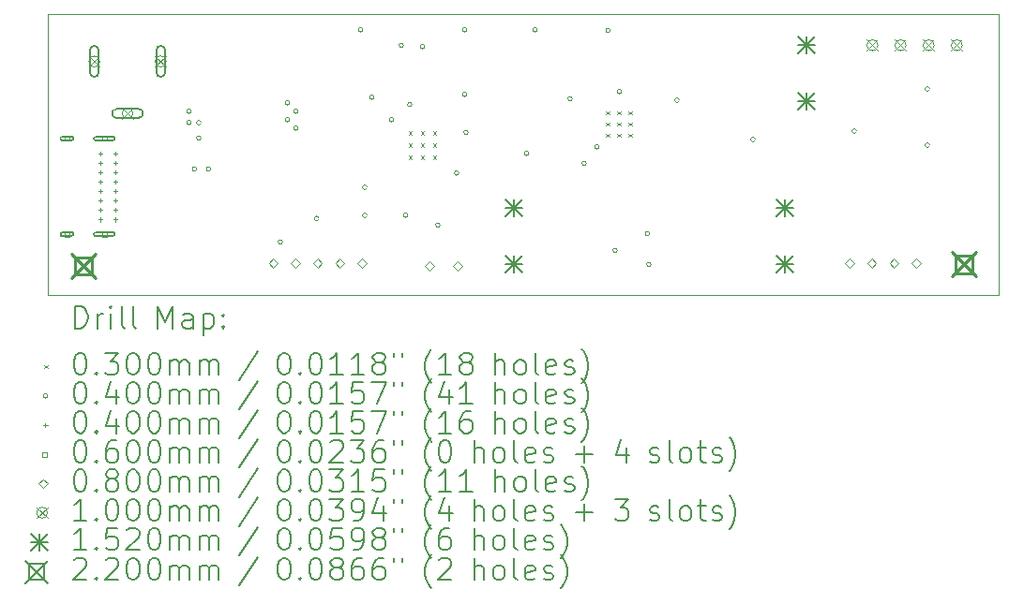
<source format=gbr>
%FSLAX45Y45*%
G04 Gerber Fmt 4.5, Leading zero omitted, Abs format (unit mm)*
G04 Created by KiCad (PCBNEW (6.99.0-1603-g82820d4b1c)) date 2022-06-17 10:59:55*
%MOMM*%
%LPD*%
G01*
G04 APERTURE LIST*
%TA.AperFunction,Profile*%
%ADD10C,0.100000*%
%TD*%
%ADD11C,0.200000*%
%ADD12C,0.030000*%
%ADD13C,0.040000*%
%ADD14C,0.060000*%
%ADD15C,0.080000*%
%ADD16C,0.100000*%
%ADD17C,0.152000*%
%ADD18C,0.220000*%
G04 APERTURE END LIST*
D10*
X18669000Y-5803900D02*
X10083800Y-5803900D01*
X10083800Y-8343900D02*
X18669000Y-8343900D01*
X18669000Y-8343900D02*
X18669000Y-5803900D01*
X10083800Y-5803900D02*
X10083800Y-8343900D01*
D11*
D12*
X13337000Y-6860000D02*
X13367000Y-6890000D01*
X13367000Y-6860000D02*
X13337000Y-6890000D01*
X13337000Y-6970000D02*
X13367000Y-7000000D01*
X13367000Y-6970000D02*
X13337000Y-7000000D01*
X13337000Y-7080000D02*
X13367000Y-7110000D01*
X13367000Y-7080000D02*
X13337000Y-7110000D01*
X13447000Y-6860000D02*
X13477000Y-6890000D01*
X13477000Y-6860000D02*
X13447000Y-6890000D01*
X13447000Y-6970000D02*
X13477000Y-7000000D01*
X13477000Y-6970000D02*
X13447000Y-7000000D01*
X13447000Y-7080000D02*
X13477000Y-7110000D01*
X13477000Y-7080000D02*
X13447000Y-7110000D01*
X13557000Y-6860000D02*
X13587000Y-6890000D01*
X13587000Y-6860000D02*
X13557000Y-6890000D01*
X13557000Y-6970000D02*
X13587000Y-7000000D01*
X13587000Y-6970000D02*
X13557000Y-7000000D01*
X13557000Y-7080000D02*
X13587000Y-7110000D01*
X13587000Y-7080000D02*
X13557000Y-7110000D01*
X15121900Y-6679400D02*
X15151900Y-6709400D01*
X15151900Y-6679400D02*
X15121900Y-6709400D01*
X15121900Y-6781000D02*
X15151900Y-6811000D01*
X15151900Y-6781000D02*
X15121900Y-6811000D01*
X15121900Y-6882600D02*
X15151900Y-6912600D01*
X15151900Y-6882600D02*
X15121900Y-6912600D01*
X15223500Y-6679400D02*
X15253500Y-6709400D01*
X15253500Y-6679400D02*
X15223500Y-6709400D01*
X15223500Y-6781000D02*
X15253500Y-6811000D01*
X15253500Y-6781000D02*
X15223500Y-6811000D01*
X15223500Y-6882600D02*
X15253500Y-6912600D01*
X15253500Y-6882600D02*
X15223500Y-6912600D01*
X15325100Y-6679400D02*
X15355100Y-6709400D01*
X15355100Y-6679400D02*
X15325100Y-6709400D01*
X15325100Y-6781000D02*
X15355100Y-6811000D01*
X15355100Y-6781000D02*
X15325100Y-6811000D01*
X15325100Y-6882600D02*
X15355100Y-6912600D01*
X15355100Y-6882600D02*
X15325100Y-6912600D01*
D13*
X11373800Y-6680200D02*
G75*
G03*
X11373800Y-6680200I-20000J0D01*
G01*
X11373800Y-6781800D02*
G75*
G03*
X11373800Y-6781800I-20000J0D01*
G01*
X11424600Y-7200900D02*
G75*
G03*
X11424600Y-7200900I-20000J0D01*
G01*
X11462700Y-6781800D02*
G75*
G03*
X11462700Y-6781800I-20000J0D01*
G01*
X11462700Y-6921500D02*
G75*
G03*
X11462700Y-6921500I-20000J0D01*
G01*
X11551600Y-7200900D02*
G75*
G03*
X11551600Y-7200900I-20000J0D01*
G01*
X12199300Y-7861300D02*
G75*
G03*
X12199300Y-7861300I-20000J0D01*
G01*
X12262800Y-6604000D02*
G75*
G03*
X12262800Y-6604000I-20000J0D01*
G01*
X12262800Y-6756400D02*
G75*
G03*
X12262800Y-6756400I-20000J0D01*
G01*
X12339000Y-6680200D02*
G75*
G03*
X12339000Y-6680200I-20000J0D01*
G01*
X12339000Y-6832600D02*
G75*
G03*
X12339000Y-6832600I-20000J0D01*
G01*
X12528257Y-7648386D02*
G75*
G03*
X12528257Y-7648386I-20000J0D01*
G01*
X12923200Y-5943600D02*
G75*
G03*
X12923200Y-5943600I-20000J0D01*
G01*
X12961300Y-7366000D02*
G75*
G03*
X12961300Y-7366000I-20000J0D01*
G01*
X12961300Y-7620000D02*
G75*
G03*
X12961300Y-7620000I-20000J0D01*
G01*
X13024800Y-6553200D02*
G75*
G03*
X13024800Y-6553200I-20000J0D01*
G01*
X13202600Y-6756400D02*
G75*
G03*
X13202600Y-6756400I-20000J0D01*
G01*
X13291500Y-6083300D02*
G75*
G03*
X13291500Y-6083300I-20000J0D01*
G01*
X13329600Y-7620000D02*
G75*
G03*
X13329600Y-7620000I-20000J0D01*
G01*
X13367700Y-6619702D02*
G75*
G03*
X13367700Y-6619702I-20000J0D01*
G01*
X13482000Y-6096000D02*
G75*
G03*
X13482000Y-6096000I-20000J0D01*
G01*
X13621700Y-7708900D02*
G75*
G03*
X13621700Y-7708900I-20000J0D01*
G01*
X13790500Y-7239000D02*
G75*
G03*
X13790500Y-7239000I-20000J0D01*
G01*
X13863000Y-5943600D02*
G75*
G03*
X13863000Y-5943600I-20000J0D01*
G01*
X13863000Y-6527800D02*
G75*
G03*
X13863000Y-6527800I-20000J0D01*
G01*
X13875700Y-6870700D02*
G75*
G03*
X13875700Y-6870700I-20000J0D01*
G01*
X14421800Y-7061200D02*
G75*
G03*
X14421800Y-7061200I-20000J0D01*
G01*
X14498000Y-5943600D02*
G75*
G03*
X14498000Y-5943600I-20000J0D01*
G01*
X14815500Y-6565900D02*
G75*
G03*
X14815500Y-6565900I-20000J0D01*
G01*
X14942500Y-7150100D02*
G75*
G03*
X14942500Y-7150100I-20000J0D01*
G01*
X15056800Y-7001450D02*
G75*
G03*
X15056800Y-7001450I-20000J0D01*
G01*
X15158400Y-5949950D02*
G75*
G03*
X15158400Y-5949950I-20000J0D01*
G01*
X15221900Y-7937500D02*
G75*
G03*
X15221900Y-7937500I-20000J0D01*
G01*
X15260000Y-6502400D02*
G75*
G03*
X15260000Y-6502400I-20000J0D01*
G01*
X15514000Y-7785100D02*
G75*
G03*
X15514000Y-7785100I-20000J0D01*
G01*
X15526700Y-8064500D02*
G75*
G03*
X15526700Y-8064500I-20000J0D01*
G01*
X15780700Y-6578600D02*
G75*
G03*
X15780700Y-6578600I-20000J0D01*
G01*
X16466500Y-6934200D02*
G75*
G03*
X16466500Y-6934200I-20000J0D01*
G01*
X17380900Y-6858000D02*
G75*
G03*
X17380900Y-6858000I-20000J0D01*
G01*
X18041300Y-6477000D02*
G75*
G03*
X18041300Y-6477000I-20000J0D01*
G01*
X18041300Y-6985000D02*
G75*
G03*
X18041300Y-6985000I-20000J0D01*
G01*
X10554500Y-7041200D02*
X10554500Y-7081200D01*
X10534500Y-7061200D02*
X10574500Y-7061200D01*
X10554500Y-7126200D02*
X10554500Y-7166200D01*
X10534500Y-7146200D02*
X10574500Y-7146200D01*
X10554500Y-7211200D02*
X10554500Y-7251200D01*
X10534500Y-7231200D02*
X10574500Y-7231200D01*
X10554500Y-7296200D02*
X10554500Y-7336200D01*
X10534500Y-7316200D02*
X10574500Y-7316200D01*
X10554500Y-7381200D02*
X10554500Y-7421200D01*
X10534500Y-7401200D02*
X10574500Y-7401200D01*
X10554500Y-7466200D02*
X10554500Y-7506200D01*
X10534500Y-7486200D02*
X10574500Y-7486200D01*
X10554500Y-7551200D02*
X10554500Y-7591200D01*
X10534500Y-7571200D02*
X10574500Y-7571200D01*
X10554500Y-7636200D02*
X10554500Y-7676200D01*
X10534500Y-7656200D02*
X10574500Y-7656200D01*
X10689500Y-7041200D02*
X10689500Y-7081200D01*
X10669500Y-7061200D02*
X10709500Y-7061200D01*
X10689500Y-7126200D02*
X10689500Y-7166200D01*
X10669500Y-7146200D02*
X10709500Y-7146200D01*
X10689500Y-7211200D02*
X10689500Y-7251200D01*
X10669500Y-7231200D02*
X10709500Y-7231200D01*
X10689500Y-7296200D02*
X10689500Y-7336200D01*
X10669500Y-7316200D02*
X10709500Y-7316200D01*
X10689500Y-7381200D02*
X10689500Y-7421200D01*
X10669500Y-7401200D02*
X10709500Y-7401200D01*
X10689500Y-7466200D02*
X10689500Y-7506200D01*
X10669500Y-7486200D02*
X10709500Y-7486200D01*
X10689500Y-7551200D02*
X10689500Y-7591200D01*
X10669500Y-7571200D02*
X10709500Y-7571200D01*
X10689500Y-7636200D02*
X10689500Y-7676200D01*
X10669500Y-7656200D02*
X10709500Y-7656200D01*
D14*
X10274713Y-6947413D02*
X10274713Y-6904987D01*
X10232287Y-6904987D01*
X10232287Y-6947413D01*
X10274713Y-6947413D01*
D11*
X10293500Y-6906200D02*
X10213500Y-6906200D01*
X10293500Y-6946200D02*
X10213500Y-6946200D01*
X10213500Y-6906200D02*
G75*
G03*
X10213500Y-6946200I0J-20000D01*
G01*
X10293500Y-6946200D02*
G75*
G03*
X10293500Y-6906200I0J20000D01*
G01*
D14*
X10274713Y-7812413D02*
X10274713Y-7769987D01*
X10232287Y-7769987D01*
X10232287Y-7812413D01*
X10274713Y-7812413D01*
D11*
X10293500Y-7771200D02*
X10213500Y-7771200D01*
X10293500Y-7811200D02*
X10213500Y-7811200D01*
X10213500Y-7771200D02*
G75*
G03*
X10213500Y-7811200I0J-20000D01*
G01*
X10293500Y-7811200D02*
G75*
G03*
X10293500Y-7771200I0J20000D01*
G01*
D14*
X10612713Y-6947413D02*
X10612713Y-6904987D01*
X10570287Y-6904987D01*
X10570287Y-6947413D01*
X10612713Y-6947413D01*
D11*
X10666500Y-6906200D02*
X10516500Y-6906200D01*
X10666500Y-6946200D02*
X10516500Y-6946200D01*
X10516500Y-6906200D02*
G75*
G03*
X10516500Y-6946200I0J-20000D01*
G01*
X10666500Y-6946200D02*
G75*
G03*
X10666500Y-6906200I0J20000D01*
G01*
D14*
X10612713Y-7812413D02*
X10612713Y-7769987D01*
X10570287Y-7769987D01*
X10570287Y-7812413D01*
X10612713Y-7812413D01*
D11*
X10666500Y-7771200D02*
X10516500Y-7771200D01*
X10666500Y-7811200D02*
X10516500Y-7811200D01*
X10516500Y-7771200D02*
G75*
G03*
X10516500Y-7811200I0J-20000D01*
G01*
X10666500Y-7811200D02*
G75*
G03*
X10666500Y-7771200I0J20000D01*
G01*
D15*
X12115800Y-8091800D02*
X12155800Y-8051800D01*
X12115800Y-8011800D01*
X12075800Y-8051800D01*
X12115800Y-8091800D01*
X12315800Y-8091800D02*
X12355800Y-8051800D01*
X12315800Y-8011800D01*
X12275800Y-8051800D01*
X12315800Y-8091800D01*
X12515800Y-8091800D02*
X12555800Y-8051800D01*
X12515800Y-8011800D01*
X12475800Y-8051800D01*
X12515800Y-8091800D01*
X12715800Y-8091800D02*
X12755800Y-8051800D01*
X12715800Y-8011800D01*
X12675800Y-8051800D01*
X12715800Y-8091800D01*
X12915800Y-8091800D02*
X12955800Y-8051800D01*
X12915800Y-8011800D01*
X12875800Y-8051800D01*
X12915800Y-8091800D01*
X13527500Y-8117200D02*
X13567500Y-8077200D01*
X13527500Y-8037200D01*
X13487500Y-8077200D01*
X13527500Y-8117200D01*
X13781500Y-8117200D02*
X13821500Y-8077200D01*
X13781500Y-8037200D01*
X13741500Y-8077200D01*
X13781500Y-8117200D01*
X17319700Y-8091800D02*
X17359700Y-8051800D01*
X17319700Y-8011800D01*
X17279700Y-8051800D01*
X17319700Y-8091800D01*
X17519700Y-8091800D02*
X17559700Y-8051800D01*
X17519700Y-8011800D01*
X17479700Y-8051800D01*
X17519700Y-8091800D01*
X17719700Y-8091800D02*
X17759700Y-8051800D01*
X17719700Y-8011800D01*
X17679700Y-8051800D01*
X17719700Y-8091800D01*
X17919700Y-8091800D02*
X17959700Y-8051800D01*
X17919700Y-8011800D01*
X17879700Y-8051800D01*
X17919700Y-8091800D01*
D16*
X10449800Y-6178850D02*
X10549800Y-6278850D01*
X10549800Y-6178850D02*
X10449800Y-6278850D01*
X10549800Y-6228850D02*
G75*
G03*
X10549800Y-6228850I-50000J0D01*
G01*
D11*
X10459800Y-6128850D02*
X10459800Y-6328850D01*
X10539800Y-6128850D02*
X10539800Y-6328850D01*
X10459800Y-6328850D02*
G75*
G03*
X10539800Y-6328850I40000J0D01*
G01*
X10539800Y-6128850D02*
G75*
G03*
X10459800Y-6128850I-40000J0D01*
G01*
D16*
X10749800Y-6648850D02*
X10849800Y-6748850D01*
X10849800Y-6648850D02*
X10749800Y-6748850D01*
X10849800Y-6698850D02*
G75*
G03*
X10849800Y-6698850I-50000J0D01*
G01*
D11*
X10699800Y-6738850D02*
X10899800Y-6738850D01*
X10699800Y-6658850D02*
X10899800Y-6658850D01*
X10899800Y-6738850D02*
G75*
G03*
X10899800Y-6658850I0J40000D01*
G01*
X10699800Y-6658850D02*
G75*
G03*
X10699800Y-6738850I0J-40000D01*
G01*
D16*
X11049800Y-6178850D02*
X11149800Y-6278850D01*
X11149800Y-6178850D02*
X11049800Y-6278850D01*
X11149800Y-6228850D02*
G75*
G03*
X11149800Y-6228850I-50000J0D01*
G01*
D11*
X11059800Y-6128850D02*
X11059800Y-6328850D01*
X11139800Y-6128850D02*
X11139800Y-6328850D01*
X11059800Y-6328850D02*
G75*
G03*
X11139800Y-6328850I40000J0D01*
G01*
X11139800Y-6128850D02*
G75*
G03*
X11059800Y-6128850I-40000J0D01*
G01*
D16*
X17476000Y-6033300D02*
X17576000Y-6133300D01*
X17576000Y-6033300D02*
X17476000Y-6133300D01*
X17576000Y-6083300D02*
G75*
G03*
X17576000Y-6083300I-50000J0D01*
G01*
X17730000Y-6033300D02*
X17830000Y-6133300D01*
X17830000Y-6033300D02*
X17730000Y-6133300D01*
X17830000Y-6083300D02*
G75*
G03*
X17830000Y-6083300I-50000J0D01*
G01*
X17984000Y-6033300D02*
X18084000Y-6133300D01*
X18084000Y-6033300D02*
X17984000Y-6133300D01*
X18084000Y-6083300D02*
G75*
G03*
X18084000Y-6083300I-50000J0D01*
G01*
X18238000Y-6033300D02*
X18338000Y-6133300D01*
X18338000Y-6033300D02*
X18238000Y-6133300D01*
X18338000Y-6083300D02*
G75*
G03*
X18338000Y-6083300I-50000J0D01*
G01*
D17*
X14211500Y-7480500D02*
X14363500Y-7632500D01*
X14363500Y-7480500D02*
X14211500Y-7632500D01*
X14287500Y-7480500D02*
X14287500Y-7632500D01*
X14211500Y-7556500D02*
X14363500Y-7556500D01*
X14211500Y-7988500D02*
X14363500Y-8140500D01*
X14363500Y-7988500D02*
X14211500Y-8140500D01*
X14287500Y-7988500D02*
X14287500Y-8140500D01*
X14211500Y-8064500D02*
X14363500Y-8064500D01*
X16662600Y-7480500D02*
X16814600Y-7632500D01*
X16814600Y-7480500D02*
X16662600Y-7632500D01*
X16738600Y-7480500D02*
X16738600Y-7632500D01*
X16662600Y-7556500D02*
X16814600Y-7556500D01*
X16662600Y-7988500D02*
X16814600Y-8140500D01*
X16814600Y-7988500D02*
X16662600Y-8140500D01*
X16738600Y-7988500D02*
X16738600Y-8140500D01*
X16662600Y-8064500D02*
X16814600Y-8064500D01*
X16853100Y-6007300D02*
X17005100Y-6159300D01*
X17005100Y-6007300D02*
X16853100Y-6159300D01*
X16929100Y-6007300D02*
X16929100Y-6159300D01*
X16853100Y-6083300D02*
X17005100Y-6083300D01*
X16853100Y-6515300D02*
X17005100Y-6667300D01*
X17005100Y-6515300D02*
X16853100Y-6667300D01*
X16929100Y-6515300D02*
X16929100Y-6667300D01*
X16853100Y-6591300D02*
X17005100Y-6591300D01*
D18*
X10291300Y-7967200D02*
X10511300Y-8187200D01*
X10511300Y-7967200D02*
X10291300Y-8187200D01*
X10479083Y-8154982D02*
X10479083Y-7999417D01*
X10323518Y-7999417D01*
X10323518Y-8154982D01*
X10479083Y-8154982D01*
X18241500Y-7954500D02*
X18461500Y-8174500D01*
X18461500Y-7954500D02*
X18241500Y-8174500D01*
X18429283Y-8142282D02*
X18429283Y-7986717D01*
X18273718Y-7986717D01*
X18273718Y-8142282D01*
X18429283Y-8142282D01*
D11*
X10326419Y-8642376D02*
X10326419Y-8442376D01*
X10326419Y-8442376D02*
X10374038Y-8442376D01*
X10374038Y-8442376D02*
X10402610Y-8451900D01*
X10402610Y-8451900D02*
X10421657Y-8470948D01*
X10421657Y-8470948D02*
X10431181Y-8489995D01*
X10431181Y-8489995D02*
X10440705Y-8528090D01*
X10440705Y-8528090D02*
X10440705Y-8556662D01*
X10440705Y-8556662D02*
X10431181Y-8594757D01*
X10431181Y-8594757D02*
X10421657Y-8613805D01*
X10421657Y-8613805D02*
X10402610Y-8632852D01*
X10402610Y-8632852D02*
X10374038Y-8642376D01*
X10374038Y-8642376D02*
X10326419Y-8642376D01*
X10526419Y-8642376D02*
X10526419Y-8509043D01*
X10526419Y-8547138D02*
X10535943Y-8528090D01*
X10535943Y-8528090D02*
X10545467Y-8518567D01*
X10545467Y-8518567D02*
X10564514Y-8509043D01*
X10564514Y-8509043D02*
X10583562Y-8509043D01*
X10650229Y-8642376D02*
X10650229Y-8509043D01*
X10650229Y-8442376D02*
X10640705Y-8451900D01*
X10640705Y-8451900D02*
X10650229Y-8461424D01*
X10650229Y-8461424D02*
X10659752Y-8451900D01*
X10659752Y-8451900D02*
X10650229Y-8442376D01*
X10650229Y-8442376D02*
X10650229Y-8461424D01*
X10774038Y-8642376D02*
X10754990Y-8632852D01*
X10754990Y-8632852D02*
X10745467Y-8613805D01*
X10745467Y-8613805D02*
X10745467Y-8442376D01*
X10878800Y-8642376D02*
X10859752Y-8632852D01*
X10859752Y-8632852D02*
X10850229Y-8613805D01*
X10850229Y-8613805D02*
X10850229Y-8442376D01*
X11074990Y-8642376D02*
X11074990Y-8442376D01*
X11074990Y-8442376D02*
X11141657Y-8585233D01*
X11141657Y-8585233D02*
X11208324Y-8442376D01*
X11208324Y-8442376D02*
X11208324Y-8642376D01*
X11389276Y-8642376D02*
X11389276Y-8537614D01*
X11389276Y-8537614D02*
X11379752Y-8518567D01*
X11379752Y-8518567D02*
X11360705Y-8509043D01*
X11360705Y-8509043D02*
X11322609Y-8509043D01*
X11322609Y-8509043D02*
X11303562Y-8518567D01*
X11389276Y-8632852D02*
X11370228Y-8642376D01*
X11370228Y-8642376D02*
X11322609Y-8642376D01*
X11322609Y-8642376D02*
X11303562Y-8632852D01*
X11303562Y-8632852D02*
X11294038Y-8613805D01*
X11294038Y-8613805D02*
X11294038Y-8594757D01*
X11294038Y-8594757D02*
X11303562Y-8575710D01*
X11303562Y-8575710D02*
X11322609Y-8566186D01*
X11322609Y-8566186D02*
X11370228Y-8566186D01*
X11370228Y-8566186D02*
X11389276Y-8556662D01*
X11484514Y-8509043D02*
X11484514Y-8709043D01*
X11484514Y-8518567D02*
X11503562Y-8509043D01*
X11503562Y-8509043D02*
X11541657Y-8509043D01*
X11541657Y-8509043D02*
X11560705Y-8518567D01*
X11560705Y-8518567D02*
X11570228Y-8528090D01*
X11570228Y-8528090D02*
X11579752Y-8547138D01*
X11579752Y-8547138D02*
X11579752Y-8604281D01*
X11579752Y-8604281D02*
X11570228Y-8623329D01*
X11570228Y-8623329D02*
X11560705Y-8632852D01*
X11560705Y-8632852D02*
X11541657Y-8642376D01*
X11541657Y-8642376D02*
X11503562Y-8642376D01*
X11503562Y-8642376D02*
X11484514Y-8632852D01*
X11665467Y-8623329D02*
X11674990Y-8632852D01*
X11674990Y-8632852D02*
X11665467Y-8642376D01*
X11665467Y-8642376D02*
X11655943Y-8632852D01*
X11655943Y-8632852D02*
X11665467Y-8623329D01*
X11665467Y-8623329D02*
X11665467Y-8642376D01*
X11665467Y-8518567D02*
X11674990Y-8528090D01*
X11674990Y-8528090D02*
X11665467Y-8537614D01*
X11665467Y-8537614D02*
X11655943Y-8528090D01*
X11655943Y-8528090D02*
X11665467Y-8518567D01*
X11665467Y-8518567D02*
X11665467Y-8537614D01*
D12*
X10048800Y-8973900D02*
X10078800Y-9003900D01*
X10078800Y-8973900D02*
X10048800Y-9003900D01*
D11*
X10364514Y-8862376D02*
X10383562Y-8862376D01*
X10383562Y-8862376D02*
X10402610Y-8871900D01*
X10402610Y-8871900D02*
X10412133Y-8881424D01*
X10412133Y-8881424D02*
X10421657Y-8900471D01*
X10421657Y-8900471D02*
X10431181Y-8938567D01*
X10431181Y-8938567D02*
X10431181Y-8986186D01*
X10431181Y-8986186D02*
X10421657Y-9024281D01*
X10421657Y-9024281D02*
X10412133Y-9043329D01*
X10412133Y-9043329D02*
X10402610Y-9052852D01*
X10402610Y-9052852D02*
X10383562Y-9062376D01*
X10383562Y-9062376D02*
X10364514Y-9062376D01*
X10364514Y-9062376D02*
X10345467Y-9052852D01*
X10345467Y-9052852D02*
X10335943Y-9043329D01*
X10335943Y-9043329D02*
X10326419Y-9024281D01*
X10326419Y-9024281D02*
X10316895Y-8986186D01*
X10316895Y-8986186D02*
X10316895Y-8938567D01*
X10316895Y-8938567D02*
X10326419Y-8900471D01*
X10326419Y-8900471D02*
X10335943Y-8881424D01*
X10335943Y-8881424D02*
X10345467Y-8871900D01*
X10345467Y-8871900D02*
X10364514Y-8862376D01*
X10516895Y-9043329D02*
X10526419Y-9052852D01*
X10526419Y-9052852D02*
X10516895Y-9062376D01*
X10516895Y-9062376D02*
X10507371Y-9052852D01*
X10507371Y-9052852D02*
X10516895Y-9043329D01*
X10516895Y-9043329D02*
X10516895Y-9062376D01*
X10593086Y-8862376D02*
X10716895Y-8862376D01*
X10716895Y-8862376D02*
X10650229Y-8938567D01*
X10650229Y-8938567D02*
X10678800Y-8938567D01*
X10678800Y-8938567D02*
X10697848Y-8948090D01*
X10697848Y-8948090D02*
X10707371Y-8957614D01*
X10707371Y-8957614D02*
X10716895Y-8976662D01*
X10716895Y-8976662D02*
X10716895Y-9024281D01*
X10716895Y-9024281D02*
X10707371Y-9043329D01*
X10707371Y-9043329D02*
X10697848Y-9052852D01*
X10697848Y-9052852D02*
X10678800Y-9062376D01*
X10678800Y-9062376D02*
X10621657Y-9062376D01*
X10621657Y-9062376D02*
X10602610Y-9052852D01*
X10602610Y-9052852D02*
X10593086Y-9043329D01*
X10840705Y-8862376D02*
X10859752Y-8862376D01*
X10859752Y-8862376D02*
X10878800Y-8871900D01*
X10878800Y-8871900D02*
X10888324Y-8881424D01*
X10888324Y-8881424D02*
X10897848Y-8900471D01*
X10897848Y-8900471D02*
X10907371Y-8938567D01*
X10907371Y-8938567D02*
X10907371Y-8986186D01*
X10907371Y-8986186D02*
X10897848Y-9024281D01*
X10897848Y-9024281D02*
X10888324Y-9043329D01*
X10888324Y-9043329D02*
X10878800Y-9052852D01*
X10878800Y-9052852D02*
X10859752Y-9062376D01*
X10859752Y-9062376D02*
X10840705Y-9062376D01*
X10840705Y-9062376D02*
X10821657Y-9052852D01*
X10821657Y-9052852D02*
X10812133Y-9043329D01*
X10812133Y-9043329D02*
X10802610Y-9024281D01*
X10802610Y-9024281D02*
X10793086Y-8986186D01*
X10793086Y-8986186D02*
X10793086Y-8938567D01*
X10793086Y-8938567D02*
X10802610Y-8900471D01*
X10802610Y-8900471D02*
X10812133Y-8881424D01*
X10812133Y-8881424D02*
X10821657Y-8871900D01*
X10821657Y-8871900D02*
X10840705Y-8862376D01*
X11031181Y-8862376D02*
X11050229Y-8862376D01*
X11050229Y-8862376D02*
X11069276Y-8871900D01*
X11069276Y-8871900D02*
X11078800Y-8881424D01*
X11078800Y-8881424D02*
X11088324Y-8900471D01*
X11088324Y-8900471D02*
X11097848Y-8938567D01*
X11097848Y-8938567D02*
X11097848Y-8986186D01*
X11097848Y-8986186D02*
X11088324Y-9024281D01*
X11088324Y-9024281D02*
X11078800Y-9043329D01*
X11078800Y-9043329D02*
X11069276Y-9052852D01*
X11069276Y-9052852D02*
X11050229Y-9062376D01*
X11050229Y-9062376D02*
X11031181Y-9062376D01*
X11031181Y-9062376D02*
X11012133Y-9052852D01*
X11012133Y-9052852D02*
X11002610Y-9043329D01*
X11002610Y-9043329D02*
X10993086Y-9024281D01*
X10993086Y-9024281D02*
X10983562Y-8986186D01*
X10983562Y-8986186D02*
X10983562Y-8938567D01*
X10983562Y-8938567D02*
X10993086Y-8900471D01*
X10993086Y-8900471D02*
X11002610Y-8881424D01*
X11002610Y-8881424D02*
X11012133Y-8871900D01*
X11012133Y-8871900D02*
X11031181Y-8862376D01*
X11183562Y-9062376D02*
X11183562Y-8929043D01*
X11183562Y-8948090D02*
X11193086Y-8938567D01*
X11193086Y-8938567D02*
X11212133Y-8929043D01*
X11212133Y-8929043D02*
X11240705Y-8929043D01*
X11240705Y-8929043D02*
X11259752Y-8938567D01*
X11259752Y-8938567D02*
X11269276Y-8957614D01*
X11269276Y-8957614D02*
X11269276Y-9062376D01*
X11269276Y-8957614D02*
X11278800Y-8938567D01*
X11278800Y-8938567D02*
X11297848Y-8929043D01*
X11297848Y-8929043D02*
X11326419Y-8929043D01*
X11326419Y-8929043D02*
X11345467Y-8938567D01*
X11345467Y-8938567D02*
X11354990Y-8957614D01*
X11354990Y-8957614D02*
X11354990Y-9062376D01*
X11450229Y-9062376D02*
X11450229Y-8929043D01*
X11450229Y-8948090D02*
X11459752Y-8938567D01*
X11459752Y-8938567D02*
X11478800Y-8929043D01*
X11478800Y-8929043D02*
X11507371Y-8929043D01*
X11507371Y-8929043D02*
X11526419Y-8938567D01*
X11526419Y-8938567D02*
X11535943Y-8957614D01*
X11535943Y-8957614D02*
X11535943Y-9062376D01*
X11535943Y-8957614D02*
X11545467Y-8938567D01*
X11545467Y-8938567D02*
X11564514Y-8929043D01*
X11564514Y-8929043D02*
X11593086Y-8929043D01*
X11593086Y-8929043D02*
X11612133Y-8938567D01*
X11612133Y-8938567D02*
X11621657Y-8957614D01*
X11621657Y-8957614D02*
X11621657Y-9062376D01*
X11979752Y-8852852D02*
X11808324Y-9109995D01*
X12204514Y-8862376D02*
X12223562Y-8862376D01*
X12223562Y-8862376D02*
X12242610Y-8871900D01*
X12242610Y-8871900D02*
X12252133Y-8881424D01*
X12252133Y-8881424D02*
X12261657Y-8900471D01*
X12261657Y-8900471D02*
X12271181Y-8938567D01*
X12271181Y-8938567D02*
X12271181Y-8986186D01*
X12271181Y-8986186D02*
X12261657Y-9024281D01*
X12261657Y-9024281D02*
X12252133Y-9043329D01*
X12252133Y-9043329D02*
X12242610Y-9052852D01*
X12242610Y-9052852D02*
X12223562Y-9062376D01*
X12223562Y-9062376D02*
X12204514Y-9062376D01*
X12204514Y-9062376D02*
X12185467Y-9052852D01*
X12185467Y-9052852D02*
X12175943Y-9043329D01*
X12175943Y-9043329D02*
X12166419Y-9024281D01*
X12166419Y-9024281D02*
X12156895Y-8986186D01*
X12156895Y-8986186D02*
X12156895Y-8938567D01*
X12156895Y-8938567D02*
X12166419Y-8900471D01*
X12166419Y-8900471D02*
X12175943Y-8881424D01*
X12175943Y-8881424D02*
X12185467Y-8871900D01*
X12185467Y-8871900D02*
X12204514Y-8862376D01*
X12356895Y-9043329D02*
X12366419Y-9052852D01*
X12366419Y-9052852D02*
X12356895Y-9062376D01*
X12356895Y-9062376D02*
X12347371Y-9052852D01*
X12347371Y-9052852D02*
X12356895Y-9043329D01*
X12356895Y-9043329D02*
X12356895Y-9062376D01*
X12490229Y-8862376D02*
X12509276Y-8862376D01*
X12509276Y-8862376D02*
X12528324Y-8871900D01*
X12528324Y-8871900D02*
X12537848Y-8881424D01*
X12537848Y-8881424D02*
X12547371Y-8900471D01*
X12547371Y-8900471D02*
X12556895Y-8938567D01*
X12556895Y-8938567D02*
X12556895Y-8986186D01*
X12556895Y-8986186D02*
X12547371Y-9024281D01*
X12547371Y-9024281D02*
X12537848Y-9043329D01*
X12537848Y-9043329D02*
X12528324Y-9052852D01*
X12528324Y-9052852D02*
X12509276Y-9062376D01*
X12509276Y-9062376D02*
X12490229Y-9062376D01*
X12490229Y-9062376D02*
X12471181Y-9052852D01*
X12471181Y-9052852D02*
X12461657Y-9043329D01*
X12461657Y-9043329D02*
X12452133Y-9024281D01*
X12452133Y-9024281D02*
X12442610Y-8986186D01*
X12442610Y-8986186D02*
X12442610Y-8938567D01*
X12442610Y-8938567D02*
X12452133Y-8900471D01*
X12452133Y-8900471D02*
X12461657Y-8881424D01*
X12461657Y-8881424D02*
X12471181Y-8871900D01*
X12471181Y-8871900D02*
X12490229Y-8862376D01*
X12747371Y-9062376D02*
X12633086Y-9062376D01*
X12690229Y-9062376D02*
X12690229Y-8862376D01*
X12690229Y-8862376D02*
X12671181Y-8890948D01*
X12671181Y-8890948D02*
X12652133Y-8909995D01*
X12652133Y-8909995D02*
X12633086Y-8919519D01*
X12937848Y-9062376D02*
X12823562Y-9062376D01*
X12880705Y-9062376D02*
X12880705Y-8862376D01*
X12880705Y-8862376D02*
X12861657Y-8890948D01*
X12861657Y-8890948D02*
X12842610Y-8909995D01*
X12842610Y-8909995D02*
X12823562Y-8919519D01*
X13052133Y-8948090D02*
X13033086Y-8938567D01*
X13033086Y-8938567D02*
X13023562Y-8929043D01*
X13023562Y-8929043D02*
X13014038Y-8909995D01*
X13014038Y-8909995D02*
X13014038Y-8900471D01*
X13014038Y-8900471D02*
X13023562Y-8881424D01*
X13023562Y-8881424D02*
X13033086Y-8871900D01*
X13033086Y-8871900D02*
X13052133Y-8862376D01*
X13052133Y-8862376D02*
X13090229Y-8862376D01*
X13090229Y-8862376D02*
X13109276Y-8871900D01*
X13109276Y-8871900D02*
X13118800Y-8881424D01*
X13118800Y-8881424D02*
X13128324Y-8900471D01*
X13128324Y-8900471D02*
X13128324Y-8909995D01*
X13128324Y-8909995D02*
X13118800Y-8929043D01*
X13118800Y-8929043D02*
X13109276Y-8938567D01*
X13109276Y-8938567D02*
X13090229Y-8948090D01*
X13090229Y-8948090D02*
X13052133Y-8948090D01*
X13052133Y-8948090D02*
X13033086Y-8957614D01*
X13033086Y-8957614D02*
X13023562Y-8967138D01*
X13023562Y-8967138D02*
X13014038Y-8986186D01*
X13014038Y-8986186D02*
X13014038Y-9024281D01*
X13014038Y-9024281D02*
X13023562Y-9043329D01*
X13023562Y-9043329D02*
X13033086Y-9052852D01*
X13033086Y-9052852D02*
X13052133Y-9062376D01*
X13052133Y-9062376D02*
X13090229Y-9062376D01*
X13090229Y-9062376D02*
X13109276Y-9052852D01*
X13109276Y-9052852D02*
X13118800Y-9043329D01*
X13118800Y-9043329D02*
X13128324Y-9024281D01*
X13128324Y-9024281D02*
X13128324Y-8986186D01*
X13128324Y-8986186D02*
X13118800Y-8967138D01*
X13118800Y-8967138D02*
X13109276Y-8957614D01*
X13109276Y-8957614D02*
X13090229Y-8948090D01*
X13204514Y-8862376D02*
X13204514Y-8900471D01*
X13280705Y-8862376D02*
X13280705Y-8900471D01*
X13543562Y-9138567D02*
X13534038Y-9129043D01*
X13534038Y-9129043D02*
X13514991Y-9100471D01*
X13514991Y-9100471D02*
X13505467Y-9081424D01*
X13505467Y-9081424D02*
X13495943Y-9052852D01*
X13495943Y-9052852D02*
X13486419Y-9005233D01*
X13486419Y-9005233D02*
X13486419Y-8967138D01*
X13486419Y-8967138D02*
X13495943Y-8919519D01*
X13495943Y-8919519D02*
X13505467Y-8890948D01*
X13505467Y-8890948D02*
X13514991Y-8871900D01*
X13514991Y-8871900D02*
X13534038Y-8843329D01*
X13534038Y-8843329D02*
X13543562Y-8833805D01*
X13724514Y-9062376D02*
X13610229Y-9062376D01*
X13667371Y-9062376D02*
X13667371Y-8862376D01*
X13667371Y-8862376D02*
X13648324Y-8890948D01*
X13648324Y-8890948D02*
X13629276Y-8909995D01*
X13629276Y-8909995D02*
X13610229Y-8919519D01*
X13838800Y-8948090D02*
X13819752Y-8938567D01*
X13819752Y-8938567D02*
X13810229Y-8929043D01*
X13810229Y-8929043D02*
X13800705Y-8909995D01*
X13800705Y-8909995D02*
X13800705Y-8900471D01*
X13800705Y-8900471D02*
X13810229Y-8881424D01*
X13810229Y-8881424D02*
X13819752Y-8871900D01*
X13819752Y-8871900D02*
X13838800Y-8862376D01*
X13838800Y-8862376D02*
X13876895Y-8862376D01*
X13876895Y-8862376D02*
X13895943Y-8871900D01*
X13895943Y-8871900D02*
X13905467Y-8881424D01*
X13905467Y-8881424D02*
X13914991Y-8900471D01*
X13914991Y-8900471D02*
X13914991Y-8909995D01*
X13914991Y-8909995D02*
X13905467Y-8929043D01*
X13905467Y-8929043D02*
X13895943Y-8938567D01*
X13895943Y-8938567D02*
X13876895Y-8948090D01*
X13876895Y-8948090D02*
X13838800Y-8948090D01*
X13838800Y-8948090D02*
X13819752Y-8957614D01*
X13819752Y-8957614D02*
X13810229Y-8967138D01*
X13810229Y-8967138D02*
X13800705Y-8986186D01*
X13800705Y-8986186D02*
X13800705Y-9024281D01*
X13800705Y-9024281D02*
X13810229Y-9043329D01*
X13810229Y-9043329D02*
X13819752Y-9052852D01*
X13819752Y-9052852D02*
X13838800Y-9062376D01*
X13838800Y-9062376D02*
X13876895Y-9062376D01*
X13876895Y-9062376D02*
X13895943Y-9052852D01*
X13895943Y-9052852D02*
X13905467Y-9043329D01*
X13905467Y-9043329D02*
X13914991Y-9024281D01*
X13914991Y-9024281D02*
X13914991Y-8986186D01*
X13914991Y-8986186D02*
X13905467Y-8967138D01*
X13905467Y-8967138D02*
X13895943Y-8957614D01*
X13895943Y-8957614D02*
X13876895Y-8948090D01*
X14120705Y-9062376D02*
X14120705Y-8862376D01*
X14206419Y-9062376D02*
X14206419Y-8957614D01*
X14206419Y-8957614D02*
X14196895Y-8938567D01*
X14196895Y-8938567D02*
X14177848Y-8929043D01*
X14177848Y-8929043D02*
X14149276Y-8929043D01*
X14149276Y-8929043D02*
X14130229Y-8938567D01*
X14130229Y-8938567D02*
X14120705Y-8948090D01*
X14330229Y-9062376D02*
X14311181Y-9052852D01*
X14311181Y-9052852D02*
X14301657Y-9043329D01*
X14301657Y-9043329D02*
X14292133Y-9024281D01*
X14292133Y-9024281D02*
X14292133Y-8967138D01*
X14292133Y-8967138D02*
X14301657Y-8948090D01*
X14301657Y-8948090D02*
X14311181Y-8938567D01*
X14311181Y-8938567D02*
X14330229Y-8929043D01*
X14330229Y-8929043D02*
X14358800Y-8929043D01*
X14358800Y-8929043D02*
X14377848Y-8938567D01*
X14377848Y-8938567D02*
X14387372Y-8948090D01*
X14387372Y-8948090D02*
X14396895Y-8967138D01*
X14396895Y-8967138D02*
X14396895Y-9024281D01*
X14396895Y-9024281D02*
X14387372Y-9043329D01*
X14387372Y-9043329D02*
X14377848Y-9052852D01*
X14377848Y-9052852D02*
X14358800Y-9062376D01*
X14358800Y-9062376D02*
X14330229Y-9062376D01*
X14511181Y-9062376D02*
X14492133Y-9052852D01*
X14492133Y-9052852D02*
X14482610Y-9033805D01*
X14482610Y-9033805D02*
X14482610Y-8862376D01*
X14663562Y-9052852D02*
X14644514Y-9062376D01*
X14644514Y-9062376D02*
X14606419Y-9062376D01*
X14606419Y-9062376D02*
X14587372Y-9052852D01*
X14587372Y-9052852D02*
X14577848Y-9033805D01*
X14577848Y-9033805D02*
X14577848Y-8957614D01*
X14577848Y-8957614D02*
X14587372Y-8938567D01*
X14587372Y-8938567D02*
X14606419Y-8929043D01*
X14606419Y-8929043D02*
X14644514Y-8929043D01*
X14644514Y-8929043D02*
X14663562Y-8938567D01*
X14663562Y-8938567D02*
X14673086Y-8957614D01*
X14673086Y-8957614D02*
X14673086Y-8976662D01*
X14673086Y-8976662D02*
X14577848Y-8995710D01*
X14749276Y-9052852D02*
X14768324Y-9062376D01*
X14768324Y-9062376D02*
X14806419Y-9062376D01*
X14806419Y-9062376D02*
X14825467Y-9052852D01*
X14825467Y-9052852D02*
X14834991Y-9033805D01*
X14834991Y-9033805D02*
X14834991Y-9024281D01*
X14834991Y-9024281D02*
X14825467Y-9005233D01*
X14825467Y-9005233D02*
X14806419Y-8995710D01*
X14806419Y-8995710D02*
X14777848Y-8995710D01*
X14777848Y-8995710D02*
X14758800Y-8986186D01*
X14758800Y-8986186D02*
X14749276Y-8967138D01*
X14749276Y-8967138D02*
X14749276Y-8957614D01*
X14749276Y-8957614D02*
X14758800Y-8938567D01*
X14758800Y-8938567D02*
X14777848Y-8929043D01*
X14777848Y-8929043D02*
X14806419Y-8929043D01*
X14806419Y-8929043D02*
X14825467Y-8938567D01*
X14901657Y-9138567D02*
X14911181Y-9129043D01*
X14911181Y-9129043D02*
X14930229Y-9100471D01*
X14930229Y-9100471D02*
X14939753Y-9081424D01*
X14939753Y-9081424D02*
X14949276Y-9052852D01*
X14949276Y-9052852D02*
X14958800Y-9005233D01*
X14958800Y-9005233D02*
X14958800Y-8967138D01*
X14958800Y-8967138D02*
X14949276Y-8919519D01*
X14949276Y-8919519D02*
X14939753Y-8890948D01*
X14939753Y-8890948D02*
X14930229Y-8871900D01*
X14930229Y-8871900D02*
X14911181Y-8843329D01*
X14911181Y-8843329D02*
X14901657Y-8833805D01*
D13*
X10078800Y-9252900D02*
G75*
G03*
X10078800Y-9252900I-20000J0D01*
G01*
D11*
X10364514Y-9126376D02*
X10383562Y-9126376D01*
X10383562Y-9126376D02*
X10402610Y-9135900D01*
X10402610Y-9135900D02*
X10412133Y-9145424D01*
X10412133Y-9145424D02*
X10421657Y-9164471D01*
X10421657Y-9164471D02*
X10431181Y-9202567D01*
X10431181Y-9202567D02*
X10431181Y-9250186D01*
X10431181Y-9250186D02*
X10421657Y-9288281D01*
X10421657Y-9288281D02*
X10412133Y-9307329D01*
X10412133Y-9307329D02*
X10402610Y-9316852D01*
X10402610Y-9316852D02*
X10383562Y-9326376D01*
X10383562Y-9326376D02*
X10364514Y-9326376D01*
X10364514Y-9326376D02*
X10345467Y-9316852D01*
X10345467Y-9316852D02*
X10335943Y-9307329D01*
X10335943Y-9307329D02*
X10326419Y-9288281D01*
X10326419Y-9288281D02*
X10316895Y-9250186D01*
X10316895Y-9250186D02*
X10316895Y-9202567D01*
X10316895Y-9202567D02*
X10326419Y-9164471D01*
X10326419Y-9164471D02*
X10335943Y-9145424D01*
X10335943Y-9145424D02*
X10345467Y-9135900D01*
X10345467Y-9135900D02*
X10364514Y-9126376D01*
X10516895Y-9307329D02*
X10526419Y-9316852D01*
X10526419Y-9316852D02*
X10516895Y-9326376D01*
X10516895Y-9326376D02*
X10507371Y-9316852D01*
X10507371Y-9316852D02*
X10516895Y-9307329D01*
X10516895Y-9307329D02*
X10516895Y-9326376D01*
X10697848Y-9193043D02*
X10697848Y-9326376D01*
X10650229Y-9116852D02*
X10602610Y-9259710D01*
X10602610Y-9259710D02*
X10726419Y-9259710D01*
X10840705Y-9126376D02*
X10859752Y-9126376D01*
X10859752Y-9126376D02*
X10878800Y-9135900D01*
X10878800Y-9135900D02*
X10888324Y-9145424D01*
X10888324Y-9145424D02*
X10897848Y-9164471D01*
X10897848Y-9164471D02*
X10907371Y-9202567D01*
X10907371Y-9202567D02*
X10907371Y-9250186D01*
X10907371Y-9250186D02*
X10897848Y-9288281D01*
X10897848Y-9288281D02*
X10888324Y-9307329D01*
X10888324Y-9307329D02*
X10878800Y-9316852D01*
X10878800Y-9316852D02*
X10859752Y-9326376D01*
X10859752Y-9326376D02*
X10840705Y-9326376D01*
X10840705Y-9326376D02*
X10821657Y-9316852D01*
X10821657Y-9316852D02*
X10812133Y-9307329D01*
X10812133Y-9307329D02*
X10802610Y-9288281D01*
X10802610Y-9288281D02*
X10793086Y-9250186D01*
X10793086Y-9250186D02*
X10793086Y-9202567D01*
X10793086Y-9202567D02*
X10802610Y-9164471D01*
X10802610Y-9164471D02*
X10812133Y-9145424D01*
X10812133Y-9145424D02*
X10821657Y-9135900D01*
X10821657Y-9135900D02*
X10840705Y-9126376D01*
X11031181Y-9126376D02*
X11050229Y-9126376D01*
X11050229Y-9126376D02*
X11069276Y-9135900D01*
X11069276Y-9135900D02*
X11078800Y-9145424D01*
X11078800Y-9145424D02*
X11088324Y-9164471D01*
X11088324Y-9164471D02*
X11097848Y-9202567D01*
X11097848Y-9202567D02*
X11097848Y-9250186D01*
X11097848Y-9250186D02*
X11088324Y-9288281D01*
X11088324Y-9288281D02*
X11078800Y-9307329D01*
X11078800Y-9307329D02*
X11069276Y-9316852D01*
X11069276Y-9316852D02*
X11050229Y-9326376D01*
X11050229Y-9326376D02*
X11031181Y-9326376D01*
X11031181Y-9326376D02*
X11012133Y-9316852D01*
X11012133Y-9316852D02*
X11002610Y-9307329D01*
X11002610Y-9307329D02*
X10993086Y-9288281D01*
X10993086Y-9288281D02*
X10983562Y-9250186D01*
X10983562Y-9250186D02*
X10983562Y-9202567D01*
X10983562Y-9202567D02*
X10993086Y-9164471D01*
X10993086Y-9164471D02*
X11002610Y-9145424D01*
X11002610Y-9145424D02*
X11012133Y-9135900D01*
X11012133Y-9135900D02*
X11031181Y-9126376D01*
X11183562Y-9326376D02*
X11183562Y-9193043D01*
X11183562Y-9212090D02*
X11193086Y-9202567D01*
X11193086Y-9202567D02*
X11212133Y-9193043D01*
X11212133Y-9193043D02*
X11240705Y-9193043D01*
X11240705Y-9193043D02*
X11259752Y-9202567D01*
X11259752Y-9202567D02*
X11269276Y-9221614D01*
X11269276Y-9221614D02*
X11269276Y-9326376D01*
X11269276Y-9221614D02*
X11278800Y-9202567D01*
X11278800Y-9202567D02*
X11297848Y-9193043D01*
X11297848Y-9193043D02*
X11326419Y-9193043D01*
X11326419Y-9193043D02*
X11345467Y-9202567D01*
X11345467Y-9202567D02*
X11354990Y-9221614D01*
X11354990Y-9221614D02*
X11354990Y-9326376D01*
X11450229Y-9326376D02*
X11450229Y-9193043D01*
X11450229Y-9212090D02*
X11459752Y-9202567D01*
X11459752Y-9202567D02*
X11478800Y-9193043D01*
X11478800Y-9193043D02*
X11507371Y-9193043D01*
X11507371Y-9193043D02*
X11526419Y-9202567D01*
X11526419Y-9202567D02*
X11535943Y-9221614D01*
X11535943Y-9221614D02*
X11535943Y-9326376D01*
X11535943Y-9221614D02*
X11545467Y-9202567D01*
X11545467Y-9202567D02*
X11564514Y-9193043D01*
X11564514Y-9193043D02*
X11593086Y-9193043D01*
X11593086Y-9193043D02*
X11612133Y-9202567D01*
X11612133Y-9202567D02*
X11621657Y-9221614D01*
X11621657Y-9221614D02*
X11621657Y-9326376D01*
X11979752Y-9116852D02*
X11808324Y-9373995D01*
X12204514Y-9126376D02*
X12223562Y-9126376D01*
X12223562Y-9126376D02*
X12242610Y-9135900D01*
X12242610Y-9135900D02*
X12252133Y-9145424D01*
X12252133Y-9145424D02*
X12261657Y-9164471D01*
X12261657Y-9164471D02*
X12271181Y-9202567D01*
X12271181Y-9202567D02*
X12271181Y-9250186D01*
X12271181Y-9250186D02*
X12261657Y-9288281D01*
X12261657Y-9288281D02*
X12252133Y-9307329D01*
X12252133Y-9307329D02*
X12242610Y-9316852D01*
X12242610Y-9316852D02*
X12223562Y-9326376D01*
X12223562Y-9326376D02*
X12204514Y-9326376D01*
X12204514Y-9326376D02*
X12185467Y-9316852D01*
X12185467Y-9316852D02*
X12175943Y-9307329D01*
X12175943Y-9307329D02*
X12166419Y-9288281D01*
X12166419Y-9288281D02*
X12156895Y-9250186D01*
X12156895Y-9250186D02*
X12156895Y-9202567D01*
X12156895Y-9202567D02*
X12166419Y-9164471D01*
X12166419Y-9164471D02*
X12175943Y-9145424D01*
X12175943Y-9145424D02*
X12185467Y-9135900D01*
X12185467Y-9135900D02*
X12204514Y-9126376D01*
X12356895Y-9307329D02*
X12366419Y-9316852D01*
X12366419Y-9316852D02*
X12356895Y-9326376D01*
X12356895Y-9326376D02*
X12347371Y-9316852D01*
X12347371Y-9316852D02*
X12356895Y-9307329D01*
X12356895Y-9307329D02*
X12356895Y-9326376D01*
X12490229Y-9126376D02*
X12509276Y-9126376D01*
X12509276Y-9126376D02*
X12528324Y-9135900D01*
X12528324Y-9135900D02*
X12537848Y-9145424D01*
X12537848Y-9145424D02*
X12547371Y-9164471D01*
X12547371Y-9164471D02*
X12556895Y-9202567D01*
X12556895Y-9202567D02*
X12556895Y-9250186D01*
X12556895Y-9250186D02*
X12547371Y-9288281D01*
X12547371Y-9288281D02*
X12537848Y-9307329D01*
X12537848Y-9307329D02*
X12528324Y-9316852D01*
X12528324Y-9316852D02*
X12509276Y-9326376D01*
X12509276Y-9326376D02*
X12490229Y-9326376D01*
X12490229Y-9326376D02*
X12471181Y-9316852D01*
X12471181Y-9316852D02*
X12461657Y-9307329D01*
X12461657Y-9307329D02*
X12452133Y-9288281D01*
X12452133Y-9288281D02*
X12442610Y-9250186D01*
X12442610Y-9250186D02*
X12442610Y-9202567D01*
X12442610Y-9202567D02*
X12452133Y-9164471D01*
X12452133Y-9164471D02*
X12461657Y-9145424D01*
X12461657Y-9145424D02*
X12471181Y-9135900D01*
X12471181Y-9135900D02*
X12490229Y-9126376D01*
X12747371Y-9326376D02*
X12633086Y-9326376D01*
X12690229Y-9326376D02*
X12690229Y-9126376D01*
X12690229Y-9126376D02*
X12671181Y-9154948D01*
X12671181Y-9154948D02*
X12652133Y-9173995D01*
X12652133Y-9173995D02*
X12633086Y-9183519D01*
X12928324Y-9126376D02*
X12833086Y-9126376D01*
X12833086Y-9126376D02*
X12823562Y-9221614D01*
X12823562Y-9221614D02*
X12833086Y-9212090D01*
X12833086Y-9212090D02*
X12852133Y-9202567D01*
X12852133Y-9202567D02*
X12899752Y-9202567D01*
X12899752Y-9202567D02*
X12918800Y-9212090D01*
X12918800Y-9212090D02*
X12928324Y-9221614D01*
X12928324Y-9221614D02*
X12937848Y-9240662D01*
X12937848Y-9240662D02*
X12937848Y-9288281D01*
X12937848Y-9288281D02*
X12928324Y-9307329D01*
X12928324Y-9307329D02*
X12918800Y-9316852D01*
X12918800Y-9316852D02*
X12899752Y-9326376D01*
X12899752Y-9326376D02*
X12852133Y-9326376D01*
X12852133Y-9326376D02*
X12833086Y-9316852D01*
X12833086Y-9316852D02*
X12823562Y-9307329D01*
X13004514Y-9126376D02*
X13137848Y-9126376D01*
X13137848Y-9126376D02*
X13052133Y-9326376D01*
X13204514Y-9126376D02*
X13204514Y-9164471D01*
X13280705Y-9126376D02*
X13280705Y-9164471D01*
X13543562Y-9402567D02*
X13534038Y-9393043D01*
X13534038Y-9393043D02*
X13514991Y-9364471D01*
X13514991Y-9364471D02*
X13505467Y-9345424D01*
X13505467Y-9345424D02*
X13495943Y-9316852D01*
X13495943Y-9316852D02*
X13486419Y-9269233D01*
X13486419Y-9269233D02*
X13486419Y-9231138D01*
X13486419Y-9231138D02*
X13495943Y-9183519D01*
X13495943Y-9183519D02*
X13505467Y-9154948D01*
X13505467Y-9154948D02*
X13514991Y-9135900D01*
X13514991Y-9135900D02*
X13534038Y-9107329D01*
X13534038Y-9107329D02*
X13543562Y-9097805D01*
X13705467Y-9193043D02*
X13705467Y-9326376D01*
X13657848Y-9116852D02*
X13610229Y-9259710D01*
X13610229Y-9259710D02*
X13734038Y-9259710D01*
X13914991Y-9326376D02*
X13800705Y-9326376D01*
X13857848Y-9326376D02*
X13857848Y-9126376D01*
X13857848Y-9126376D02*
X13838800Y-9154948D01*
X13838800Y-9154948D02*
X13819752Y-9173995D01*
X13819752Y-9173995D02*
X13800705Y-9183519D01*
X14120705Y-9326376D02*
X14120705Y-9126376D01*
X14206419Y-9326376D02*
X14206419Y-9221614D01*
X14206419Y-9221614D02*
X14196895Y-9202567D01*
X14196895Y-9202567D02*
X14177848Y-9193043D01*
X14177848Y-9193043D02*
X14149276Y-9193043D01*
X14149276Y-9193043D02*
X14130229Y-9202567D01*
X14130229Y-9202567D02*
X14120705Y-9212090D01*
X14330229Y-9326376D02*
X14311181Y-9316852D01*
X14311181Y-9316852D02*
X14301657Y-9307329D01*
X14301657Y-9307329D02*
X14292133Y-9288281D01*
X14292133Y-9288281D02*
X14292133Y-9231138D01*
X14292133Y-9231138D02*
X14301657Y-9212090D01*
X14301657Y-9212090D02*
X14311181Y-9202567D01*
X14311181Y-9202567D02*
X14330229Y-9193043D01*
X14330229Y-9193043D02*
X14358800Y-9193043D01*
X14358800Y-9193043D02*
X14377848Y-9202567D01*
X14377848Y-9202567D02*
X14387372Y-9212090D01*
X14387372Y-9212090D02*
X14396895Y-9231138D01*
X14396895Y-9231138D02*
X14396895Y-9288281D01*
X14396895Y-9288281D02*
X14387372Y-9307329D01*
X14387372Y-9307329D02*
X14377848Y-9316852D01*
X14377848Y-9316852D02*
X14358800Y-9326376D01*
X14358800Y-9326376D02*
X14330229Y-9326376D01*
X14511181Y-9326376D02*
X14492133Y-9316852D01*
X14492133Y-9316852D02*
X14482610Y-9297805D01*
X14482610Y-9297805D02*
X14482610Y-9126376D01*
X14663562Y-9316852D02*
X14644514Y-9326376D01*
X14644514Y-9326376D02*
X14606419Y-9326376D01*
X14606419Y-9326376D02*
X14587372Y-9316852D01*
X14587372Y-9316852D02*
X14577848Y-9297805D01*
X14577848Y-9297805D02*
X14577848Y-9221614D01*
X14577848Y-9221614D02*
X14587372Y-9202567D01*
X14587372Y-9202567D02*
X14606419Y-9193043D01*
X14606419Y-9193043D02*
X14644514Y-9193043D01*
X14644514Y-9193043D02*
X14663562Y-9202567D01*
X14663562Y-9202567D02*
X14673086Y-9221614D01*
X14673086Y-9221614D02*
X14673086Y-9240662D01*
X14673086Y-9240662D02*
X14577848Y-9259710D01*
X14749276Y-9316852D02*
X14768324Y-9326376D01*
X14768324Y-9326376D02*
X14806419Y-9326376D01*
X14806419Y-9326376D02*
X14825467Y-9316852D01*
X14825467Y-9316852D02*
X14834991Y-9297805D01*
X14834991Y-9297805D02*
X14834991Y-9288281D01*
X14834991Y-9288281D02*
X14825467Y-9269233D01*
X14825467Y-9269233D02*
X14806419Y-9259710D01*
X14806419Y-9259710D02*
X14777848Y-9259710D01*
X14777848Y-9259710D02*
X14758800Y-9250186D01*
X14758800Y-9250186D02*
X14749276Y-9231138D01*
X14749276Y-9231138D02*
X14749276Y-9221614D01*
X14749276Y-9221614D02*
X14758800Y-9202567D01*
X14758800Y-9202567D02*
X14777848Y-9193043D01*
X14777848Y-9193043D02*
X14806419Y-9193043D01*
X14806419Y-9193043D02*
X14825467Y-9202567D01*
X14901657Y-9402567D02*
X14911181Y-9393043D01*
X14911181Y-9393043D02*
X14930229Y-9364471D01*
X14930229Y-9364471D02*
X14939753Y-9345424D01*
X14939753Y-9345424D02*
X14949276Y-9316852D01*
X14949276Y-9316852D02*
X14958800Y-9269233D01*
X14958800Y-9269233D02*
X14958800Y-9231138D01*
X14958800Y-9231138D02*
X14949276Y-9183519D01*
X14949276Y-9183519D02*
X14939753Y-9154948D01*
X14939753Y-9154948D02*
X14930229Y-9135900D01*
X14930229Y-9135900D02*
X14911181Y-9107329D01*
X14911181Y-9107329D02*
X14901657Y-9097805D01*
D13*
X10058800Y-9496900D02*
X10058800Y-9536900D01*
X10038800Y-9516900D02*
X10078800Y-9516900D01*
D11*
X10364514Y-9390376D02*
X10383562Y-9390376D01*
X10383562Y-9390376D02*
X10402610Y-9399900D01*
X10402610Y-9399900D02*
X10412133Y-9409424D01*
X10412133Y-9409424D02*
X10421657Y-9428471D01*
X10421657Y-9428471D02*
X10431181Y-9466567D01*
X10431181Y-9466567D02*
X10431181Y-9514186D01*
X10431181Y-9514186D02*
X10421657Y-9552281D01*
X10421657Y-9552281D02*
X10412133Y-9571329D01*
X10412133Y-9571329D02*
X10402610Y-9580852D01*
X10402610Y-9580852D02*
X10383562Y-9590376D01*
X10383562Y-9590376D02*
X10364514Y-9590376D01*
X10364514Y-9590376D02*
X10345467Y-9580852D01*
X10345467Y-9580852D02*
X10335943Y-9571329D01*
X10335943Y-9571329D02*
X10326419Y-9552281D01*
X10326419Y-9552281D02*
X10316895Y-9514186D01*
X10316895Y-9514186D02*
X10316895Y-9466567D01*
X10316895Y-9466567D02*
X10326419Y-9428471D01*
X10326419Y-9428471D02*
X10335943Y-9409424D01*
X10335943Y-9409424D02*
X10345467Y-9399900D01*
X10345467Y-9399900D02*
X10364514Y-9390376D01*
X10516895Y-9571329D02*
X10526419Y-9580852D01*
X10526419Y-9580852D02*
X10516895Y-9590376D01*
X10516895Y-9590376D02*
X10507371Y-9580852D01*
X10507371Y-9580852D02*
X10516895Y-9571329D01*
X10516895Y-9571329D02*
X10516895Y-9590376D01*
X10697848Y-9457043D02*
X10697848Y-9590376D01*
X10650229Y-9380852D02*
X10602610Y-9523710D01*
X10602610Y-9523710D02*
X10726419Y-9523710D01*
X10840705Y-9390376D02*
X10859752Y-9390376D01*
X10859752Y-9390376D02*
X10878800Y-9399900D01*
X10878800Y-9399900D02*
X10888324Y-9409424D01*
X10888324Y-9409424D02*
X10897848Y-9428471D01*
X10897848Y-9428471D02*
X10907371Y-9466567D01*
X10907371Y-9466567D02*
X10907371Y-9514186D01*
X10907371Y-9514186D02*
X10897848Y-9552281D01*
X10897848Y-9552281D02*
X10888324Y-9571329D01*
X10888324Y-9571329D02*
X10878800Y-9580852D01*
X10878800Y-9580852D02*
X10859752Y-9590376D01*
X10859752Y-9590376D02*
X10840705Y-9590376D01*
X10840705Y-9590376D02*
X10821657Y-9580852D01*
X10821657Y-9580852D02*
X10812133Y-9571329D01*
X10812133Y-9571329D02*
X10802610Y-9552281D01*
X10802610Y-9552281D02*
X10793086Y-9514186D01*
X10793086Y-9514186D02*
X10793086Y-9466567D01*
X10793086Y-9466567D02*
X10802610Y-9428471D01*
X10802610Y-9428471D02*
X10812133Y-9409424D01*
X10812133Y-9409424D02*
X10821657Y-9399900D01*
X10821657Y-9399900D02*
X10840705Y-9390376D01*
X11031181Y-9390376D02*
X11050229Y-9390376D01*
X11050229Y-9390376D02*
X11069276Y-9399900D01*
X11069276Y-9399900D02*
X11078800Y-9409424D01*
X11078800Y-9409424D02*
X11088324Y-9428471D01*
X11088324Y-9428471D02*
X11097848Y-9466567D01*
X11097848Y-9466567D02*
X11097848Y-9514186D01*
X11097848Y-9514186D02*
X11088324Y-9552281D01*
X11088324Y-9552281D02*
X11078800Y-9571329D01*
X11078800Y-9571329D02*
X11069276Y-9580852D01*
X11069276Y-9580852D02*
X11050229Y-9590376D01*
X11050229Y-9590376D02*
X11031181Y-9590376D01*
X11031181Y-9590376D02*
X11012133Y-9580852D01*
X11012133Y-9580852D02*
X11002610Y-9571329D01*
X11002610Y-9571329D02*
X10993086Y-9552281D01*
X10993086Y-9552281D02*
X10983562Y-9514186D01*
X10983562Y-9514186D02*
X10983562Y-9466567D01*
X10983562Y-9466567D02*
X10993086Y-9428471D01*
X10993086Y-9428471D02*
X11002610Y-9409424D01*
X11002610Y-9409424D02*
X11012133Y-9399900D01*
X11012133Y-9399900D02*
X11031181Y-9390376D01*
X11183562Y-9590376D02*
X11183562Y-9457043D01*
X11183562Y-9476090D02*
X11193086Y-9466567D01*
X11193086Y-9466567D02*
X11212133Y-9457043D01*
X11212133Y-9457043D02*
X11240705Y-9457043D01*
X11240705Y-9457043D02*
X11259752Y-9466567D01*
X11259752Y-9466567D02*
X11269276Y-9485614D01*
X11269276Y-9485614D02*
X11269276Y-9590376D01*
X11269276Y-9485614D02*
X11278800Y-9466567D01*
X11278800Y-9466567D02*
X11297848Y-9457043D01*
X11297848Y-9457043D02*
X11326419Y-9457043D01*
X11326419Y-9457043D02*
X11345467Y-9466567D01*
X11345467Y-9466567D02*
X11354990Y-9485614D01*
X11354990Y-9485614D02*
X11354990Y-9590376D01*
X11450229Y-9590376D02*
X11450229Y-9457043D01*
X11450229Y-9476090D02*
X11459752Y-9466567D01*
X11459752Y-9466567D02*
X11478800Y-9457043D01*
X11478800Y-9457043D02*
X11507371Y-9457043D01*
X11507371Y-9457043D02*
X11526419Y-9466567D01*
X11526419Y-9466567D02*
X11535943Y-9485614D01*
X11535943Y-9485614D02*
X11535943Y-9590376D01*
X11535943Y-9485614D02*
X11545467Y-9466567D01*
X11545467Y-9466567D02*
X11564514Y-9457043D01*
X11564514Y-9457043D02*
X11593086Y-9457043D01*
X11593086Y-9457043D02*
X11612133Y-9466567D01*
X11612133Y-9466567D02*
X11621657Y-9485614D01*
X11621657Y-9485614D02*
X11621657Y-9590376D01*
X11979752Y-9380852D02*
X11808324Y-9637995D01*
X12204514Y-9390376D02*
X12223562Y-9390376D01*
X12223562Y-9390376D02*
X12242610Y-9399900D01*
X12242610Y-9399900D02*
X12252133Y-9409424D01*
X12252133Y-9409424D02*
X12261657Y-9428471D01*
X12261657Y-9428471D02*
X12271181Y-9466567D01*
X12271181Y-9466567D02*
X12271181Y-9514186D01*
X12271181Y-9514186D02*
X12261657Y-9552281D01*
X12261657Y-9552281D02*
X12252133Y-9571329D01*
X12252133Y-9571329D02*
X12242610Y-9580852D01*
X12242610Y-9580852D02*
X12223562Y-9590376D01*
X12223562Y-9590376D02*
X12204514Y-9590376D01*
X12204514Y-9590376D02*
X12185467Y-9580852D01*
X12185467Y-9580852D02*
X12175943Y-9571329D01*
X12175943Y-9571329D02*
X12166419Y-9552281D01*
X12166419Y-9552281D02*
X12156895Y-9514186D01*
X12156895Y-9514186D02*
X12156895Y-9466567D01*
X12156895Y-9466567D02*
X12166419Y-9428471D01*
X12166419Y-9428471D02*
X12175943Y-9409424D01*
X12175943Y-9409424D02*
X12185467Y-9399900D01*
X12185467Y-9399900D02*
X12204514Y-9390376D01*
X12356895Y-9571329D02*
X12366419Y-9580852D01*
X12366419Y-9580852D02*
X12356895Y-9590376D01*
X12356895Y-9590376D02*
X12347371Y-9580852D01*
X12347371Y-9580852D02*
X12356895Y-9571329D01*
X12356895Y-9571329D02*
X12356895Y-9590376D01*
X12490229Y-9390376D02*
X12509276Y-9390376D01*
X12509276Y-9390376D02*
X12528324Y-9399900D01*
X12528324Y-9399900D02*
X12537848Y-9409424D01*
X12537848Y-9409424D02*
X12547371Y-9428471D01*
X12547371Y-9428471D02*
X12556895Y-9466567D01*
X12556895Y-9466567D02*
X12556895Y-9514186D01*
X12556895Y-9514186D02*
X12547371Y-9552281D01*
X12547371Y-9552281D02*
X12537848Y-9571329D01*
X12537848Y-9571329D02*
X12528324Y-9580852D01*
X12528324Y-9580852D02*
X12509276Y-9590376D01*
X12509276Y-9590376D02*
X12490229Y-9590376D01*
X12490229Y-9590376D02*
X12471181Y-9580852D01*
X12471181Y-9580852D02*
X12461657Y-9571329D01*
X12461657Y-9571329D02*
X12452133Y-9552281D01*
X12452133Y-9552281D02*
X12442610Y-9514186D01*
X12442610Y-9514186D02*
X12442610Y-9466567D01*
X12442610Y-9466567D02*
X12452133Y-9428471D01*
X12452133Y-9428471D02*
X12461657Y-9409424D01*
X12461657Y-9409424D02*
X12471181Y-9399900D01*
X12471181Y-9399900D02*
X12490229Y-9390376D01*
X12747371Y-9590376D02*
X12633086Y-9590376D01*
X12690229Y-9590376D02*
X12690229Y-9390376D01*
X12690229Y-9390376D02*
X12671181Y-9418948D01*
X12671181Y-9418948D02*
X12652133Y-9437995D01*
X12652133Y-9437995D02*
X12633086Y-9447519D01*
X12928324Y-9390376D02*
X12833086Y-9390376D01*
X12833086Y-9390376D02*
X12823562Y-9485614D01*
X12823562Y-9485614D02*
X12833086Y-9476090D01*
X12833086Y-9476090D02*
X12852133Y-9466567D01*
X12852133Y-9466567D02*
X12899752Y-9466567D01*
X12899752Y-9466567D02*
X12918800Y-9476090D01*
X12918800Y-9476090D02*
X12928324Y-9485614D01*
X12928324Y-9485614D02*
X12937848Y-9504662D01*
X12937848Y-9504662D02*
X12937848Y-9552281D01*
X12937848Y-9552281D02*
X12928324Y-9571329D01*
X12928324Y-9571329D02*
X12918800Y-9580852D01*
X12918800Y-9580852D02*
X12899752Y-9590376D01*
X12899752Y-9590376D02*
X12852133Y-9590376D01*
X12852133Y-9590376D02*
X12833086Y-9580852D01*
X12833086Y-9580852D02*
X12823562Y-9571329D01*
X13004514Y-9390376D02*
X13137848Y-9390376D01*
X13137848Y-9390376D02*
X13052133Y-9590376D01*
X13204514Y-9390376D02*
X13204514Y-9428471D01*
X13280705Y-9390376D02*
X13280705Y-9428471D01*
X13543562Y-9666567D02*
X13534038Y-9657043D01*
X13534038Y-9657043D02*
X13514991Y-9628471D01*
X13514991Y-9628471D02*
X13505467Y-9609424D01*
X13505467Y-9609424D02*
X13495943Y-9580852D01*
X13495943Y-9580852D02*
X13486419Y-9533233D01*
X13486419Y-9533233D02*
X13486419Y-9495138D01*
X13486419Y-9495138D02*
X13495943Y-9447519D01*
X13495943Y-9447519D02*
X13505467Y-9418948D01*
X13505467Y-9418948D02*
X13514991Y-9399900D01*
X13514991Y-9399900D02*
X13534038Y-9371329D01*
X13534038Y-9371329D02*
X13543562Y-9361805D01*
X13724514Y-9590376D02*
X13610229Y-9590376D01*
X13667371Y-9590376D02*
X13667371Y-9390376D01*
X13667371Y-9390376D02*
X13648324Y-9418948D01*
X13648324Y-9418948D02*
X13629276Y-9437995D01*
X13629276Y-9437995D02*
X13610229Y-9447519D01*
X13895943Y-9390376D02*
X13857848Y-9390376D01*
X13857848Y-9390376D02*
X13838800Y-9399900D01*
X13838800Y-9399900D02*
X13829276Y-9409424D01*
X13829276Y-9409424D02*
X13810229Y-9437995D01*
X13810229Y-9437995D02*
X13800705Y-9476090D01*
X13800705Y-9476090D02*
X13800705Y-9552281D01*
X13800705Y-9552281D02*
X13810229Y-9571329D01*
X13810229Y-9571329D02*
X13819752Y-9580852D01*
X13819752Y-9580852D02*
X13838800Y-9590376D01*
X13838800Y-9590376D02*
X13876895Y-9590376D01*
X13876895Y-9590376D02*
X13895943Y-9580852D01*
X13895943Y-9580852D02*
X13905467Y-9571329D01*
X13905467Y-9571329D02*
X13914991Y-9552281D01*
X13914991Y-9552281D02*
X13914991Y-9504662D01*
X13914991Y-9504662D02*
X13905467Y-9485614D01*
X13905467Y-9485614D02*
X13895943Y-9476090D01*
X13895943Y-9476090D02*
X13876895Y-9466567D01*
X13876895Y-9466567D02*
X13838800Y-9466567D01*
X13838800Y-9466567D02*
X13819752Y-9476090D01*
X13819752Y-9476090D02*
X13810229Y-9485614D01*
X13810229Y-9485614D02*
X13800705Y-9504662D01*
X14120705Y-9590376D02*
X14120705Y-9390376D01*
X14206419Y-9590376D02*
X14206419Y-9485614D01*
X14206419Y-9485614D02*
X14196895Y-9466567D01*
X14196895Y-9466567D02*
X14177848Y-9457043D01*
X14177848Y-9457043D02*
X14149276Y-9457043D01*
X14149276Y-9457043D02*
X14130229Y-9466567D01*
X14130229Y-9466567D02*
X14120705Y-9476090D01*
X14330229Y-9590376D02*
X14311181Y-9580852D01*
X14311181Y-9580852D02*
X14301657Y-9571329D01*
X14301657Y-9571329D02*
X14292133Y-9552281D01*
X14292133Y-9552281D02*
X14292133Y-9495138D01*
X14292133Y-9495138D02*
X14301657Y-9476090D01*
X14301657Y-9476090D02*
X14311181Y-9466567D01*
X14311181Y-9466567D02*
X14330229Y-9457043D01*
X14330229Y-9457043D02*
X14358800Y-9457043D01*
X14358800Y-9457043D02*
X14377848Y-9466567D01*
X14377848Y-9466567D02*
X14387372Y-9476090D01*
X14387372Y-9476090D02*
X14396895Y-9495138D01*
X14396895Y-9495138D02*
X14396895Y-9552281D01*
X14396895Y-9552281D02*
X14387372Y-9571329D01*
X14387372Y-9571329D02*
X14377848Y-9580852D01*
X14377848Y-9580852D02*
X14358800Y-9590376D01*
X14358800Y-9590376D02*
X14330229Y-9590376D01*
X14511181Y-9590376D02*
X14492133Y-9580852D01*
X14492133Y-9580852D02*
X14482610Y-9561805D01*
X14482610Y-9561805D02*
X14482610Y-9390376D01*
X14663562Y-9580852D02*
X14644514Y-9590376D01*
X14644514Y-9590376D02*
X14606419Y-9590376D01*
X14606419Y-9590376D02*
X14587372Y-9580852D01*
X14587372Y-9580852D02*
X14577848Y-9561805D01*
X14577848Y-9561805D02*
X14577848Y-9485614D01*
X14577848Y-9485614D02*
X14587372Y-9466567D01*
X14587372Y-9466567D02*
X14606419Y-9457043D01*
X14606419Y-9457043D02*
X14644514Y-9457043D01*
X14644514Y-9457043D02*
X14663562Y-9466567D01*
X14663562Y-9466567D02*
X14673086Y-9485614D01*
X14673086Y-9485614D02*
X14673086Y-9504662D01*
X14673086Y-9504662D02*
X14577848Y-9523710D01*
X14749276Y-9580852D02*
X14768324Y-9590376D01*
X14768324Y-9590376D02*
X14806419Y-9590376D01*
X14806419Y-9590376D02*
X14825467Y-9580852D01*
X14825467Y-9580852D02*
X14834991Y-9561805D01*
X14834991Y-9561805D02*
X14834991Y-9552281D01*
X14834991Y-9552281D02*
X14825467Y-9533233D01*
X14825467Y-9533233D02*
X14806419Y-9523710D01*
X14806419Y-9523710D02*
X14777848Y-9523710D01*
X14777848Y-9523710D02*
X14758800Y-9514186D01*
X14758800Y-9514186D02*
X14749276Y-9495138D01*
X14749276Y-9495138D02*
X14749276Y-9485614D01*
X14749276Y-9485614D02*
X14758800Y-9466567D01*
X14758800Y-9466567D02*
X14777848Y-9457043D01*
X14777848Y-9457043D02*
X14806419Y-9457043D01*
X14806419Y-9457043D02*
X14825467Y-9466567D01*
X14901657Y-9666567D02*
X14911181Y-9657043D01*
X14911181Y-9657043D02*
X14930229Y-9628471D01*
X14930229Y-9628471D02*
X14939753Y-9609424D01*
X14939753Y-9609424D02*
X14949276Y-9580852D01*
X14949276Y-9580852D02*
X14958800Y-9533233D01*
X14958800Y-9533233D02*
X14958800Y-9495138D01*
X14958800Y-9495138D02*
X14949276Y-9447519D01*
X14949276Y-9447519D02*
X14939753Y-9418948D01*
X14939753Y-9418948D02*
X14930229Y-9399900D01*
X14930229Y-9399900D02*
X14911181Y-9371329D01*
X14911181Y-9371329D02*
X14901657Y-9361805D01*
D14*
X10070013Y-9802113D02*
X10070013Y-9759687D01*
X10027587Y-9759687D01*
X10027587Y-9802113D01*
X10070013Y-9802113D01*
D11*
X10364514Y-9654376D02*
X10383562Y-9654376D01*
X10383562Y-9654376D02*
X10402610Y-9663900D01*
X10402610Y-9663900D02*
X10412133Y-9673424D01*
X10412133Y-9673424D02*
X10421657Y-9692471D01*
X10421657Y-9692471D02*
X10431181Y-9730567D01*
X10431181Y-9730567D02*
X10431181Y-9778186D01*
X10431181Y-9778186D02*
X10421657Y-9816281D01*
X10421657Y-9816281D02*
X10412133Y-9835329D01*
X10412133Y-9835329D02*
X10402610Y-9844852D01*
X10402610Y-9844852D02*
X10383562Y-9854376D01*
X10383562Y-9854376D02*
X10364514Y-9854376D01*
X10364514Y-9854376D02*
X10345467Y-9844852D01*
X10345467Y-9844852D02*
X10335943Y-9835329D01*
X10335943Y-9835329D02*
X10326419Y-9816281D01*
X10326419Y-9816281D02*
X10316895Y-9778186D01*
X10316895Y-9778186D02*
X10316895Y-9730567D01*
X10316895Y-9730567D02*
X10326419Y-9692471D01*
X10326419Y-9692471D02*
X10335943Y-9673424D01*
X10335943Y-9673424D02*
X10345467Y-9663900D01*
X10345467Y-9663900D02*
X10364514Y-9654376D01*
X10516895Y-9835329D02*
X10526419Y-9844852D01*
X10526419Y-9844852D02*
X10516895Y-9854376D01*
X10516895Y-9854376D02*
X10507371Y-9844852D01*
X10507371Y-9844852D02*
X10516895Y-9835329D01*
X10516895Y-9835329D02*
X10516895Y-9854376D01*
X10697848Y-9654376D02*
X10659752Y-9654376D01*
X10659752Y-9654376D02*
X10640705Y-9663900D01*
X10640705Y-9663900D02*
X10631181Y-9673424D01*
X10631181Y-9673424D02*
X10612133Y-9701995D01*
X10612133Y-9701995D02*
X10602610Y-9740090D01*
X10602610Y-9740090D02*
X10602610Y-9816281D01*
X10602610Y-9816281D02*
X10612133Y-9835329D01*
X10612133Y-9835329D02*
X10621657Y-9844852D01*
X10621657Y-9844852D02*
X10640705Y-9854376D01*
X10640705Y-9854376D02*
X10678800Y-9854376D01*
X10678800Y-9854376D02*
X10697848Y-9844852D01*
X10697848Y-9844852D02*
X10707371Y-9835329D01*
X10707371Y-9835329D02*
X10716895Y-9816281D01*
X10716895Y-9816281D02*
X10716895Y-9768662D01*
X10716895Y-9768662D02*
X10707371Y-9749614D01*
X10707371Y-9749614D02*
X10697848Y-9740090D01*
X10697848Y-9740090D02*
X10678800Y-9730567D01*
X10678800Y-9730567D02*
X10640705Y-9730567D01*
X10640705Y-9730567D02*
X10621657Y-9740090D01*
X10621657Y-9740090D02*
X10612133Y-9749614D01*
X10612133Y-9749614D02*
X10602610Y-9768662D01*
X10840705Y-9654376D02*
X10859752Y-9654376D01*
X10859752Y-9654376D02*
X10878800Y-9663900D01*
X10878800Y-9663900D02*
X10888324Y-9673424D01*
X10888324Y-9673424D02*
X10897848Y-9692471D01*
X10897848Y-9692471D02*
X10907371Y-9730567D01*
X10907371Y-9730567D02*
X10907371Y-9778186D01*
X10907371Y-9778186D02*
X10897848Y-9816281D01*
X10897848Y-9816281D02*
X10888324Y-9835329D01*
X10888324Y-9835329D02*
X10878800Y-9844852D01*
X10878800Y-9844852D02*
X10859752Y-9854376D01*
X10859752Y-9854376D02*
X10840705Y-9854376D01*
X10840705Y-9854376D02*
X10821657Y-9844852D01*
X10821657Y-9844852D02*
X10812133Y-9835329D01*
X10812133Y-9835329D02*
X10802610Y-9816281D01*
X10802610Y-9816281D02*
X10793086Y-9778186D01*
X10793086Y-9778186D02*
X10793086Y-9730567D01*
X10793086Y-9730567D02*
X10802610Y-9692471D01*
X10802610Y-9692471D02*
X10812133Y-9673424D01*
X10812133Y-9673424D02*
X10821657Y-9663900D01*
X10821657Y-9663900D02*
X10840705Y-9654376D01*
X11031181Y-9654376D02*
X11050229Y-9654376D01*
X11050229Y-9654376D02*
X11069276Y-9663900D01*
X11069276Y-9663900D02*
X11078800Y-9673424D01*
X11078800Y-9673424D02*
X11088324Y-9692471D01*
X11088324Y-9692471D02*
X11097848Y-9730567D01*
X11097848Y-9730567D02*
X11097848Y-9778186D01*
X11097848Y-9778186D02*
X11088324Y-9816281D01*
X11088324Y-9816281D02*
X11078800Y-9835329D01*
X11078800Y-9835329D02*
X11069276Y-9844852D01*
X11069276Y-9844852D02*
X11050229Y-9854376D01*
X11050229Y-9854376D02*
X11031181Y-9854376D01*
X11031181Y-9854376D02*
X11012133Y-9844852D01*
X11012133Y-9844852D02*
X11002610Y-9835329D01*
X11002610Y-9835329D02*
X10993086Y-9816281D01*
X10993086Y-9816281D02*
X10983562Y-9778186D01*
X10983562Y-9778186D02*
X10983562Y-9730567D01*
X10983562Y-9730567D02*
X10993086Y-9692471D01*
X10993086Y-9692471D02*
X11002610Y-9673424D01*
X11002610Y-9673424D02*
X11012133Y-9663900D01*
X11012133Y-9663900D02*
X11031181Y-9654376D01*
X11183562Y-9854376D02*
X11183562Y-9721043D01*
X11183562Y-9740090D02*
X11193086Y-9730567D01*
X11193086Y-9730567D02*
X11212133Y-9721043D01*
X11212133Y-9721043D02*
X11240705Y-9721043D01*
X11240705Y-9721043D02*
X11259752Y-9730567D01*
X11259752Y-9730567D02*
X11269276Y-9749614D01*
X11269276Y-9749614D02*
X11269276Y-9854376D01*
X11269276Y-9749614D02*
X11278800Y-9730567D01*
X11278800Y-9730567D02*
X11297848Y-9721043D01*
X11297848Y-9721043D02*
X11326419Y-9721043D01*
X11326419Y-9721043D02*
X11345467Y-9730567D01*
X11345467Y-9730567D02*
X11354990Y-9749614D01*
X11354990Y-9749614D02*
X11354990Y-9854376D01*
X11450229Y-9854376D02*
X11450229Y-9721043D01*
X11450229Y-9740090D02*
X11459752Y-9730567D01*
X11459752Y-9730567D02*
X11478800Y-9721043D01*
X11478800Y-9721043D02*
X11507371Y-9721043D01*
X11507371Y-9721043D02*
X11526419Y-9730567D01*
X11526419Y-9730567D02*
X11535943Y-9749614D01*
X11535943Y-9749614D02*
X11535943Y-9854376D01*
X11535943Y-9749614D02*
X11545467Y-9730567D01*
X11545467Y-9730567D02*
X11564514Y-9721043D01*
X11564514Y-9721043D02*
X11593086Y-9721043D01*
X11593086Y-9721043D02*
X11612133Y-9730567D01*
X11612133Y-9730567D02*
X11621657Y-9749614D01*
X11621657Y-9749614D02*
X11621657Y-9854376D01*
X11979752Y-9644852D02*
X11808324Y-9901995D01*
X12204514Y-9654376D02*
X12223562Y-9654376D01*
X12223562Y-9654376D02*
X12242610Y-9663900D01*
X12242610Y-9663900D02*
X12252133Y-9673424D01*
X12252133Y-9673424D02*
X12261657Y-9692471D01*
X12261657Y-9692471D02*
X12271181Y-9730567D01*
X12271181Y-9730567D02*
X12271181Y-9778186D01*
X12271181Y-9778186D02*
X12261657Y-9816281D01*
X12261657Y-9816281D02*
X12252133Y-9835329D01*
X12252133Y-9835329D02*
X12242610Y-9844852D01*
X12242610Y-9844852D02*
X12223562Y-9854376D01*
X12223562Y-9854376D02*
X12204514Y-9854376D01*
X12204514Y-9854376D02*
X12185467Y-9844852D01*
X12185467Y-9844852D02*
X12175943Y-9835329D01*
X12175943Y-9835329D02*
X12166419Y-9816281D01*
X12166419Y-9816281D02*
X12156895Y-9778186D01*
X12156895Y-9778186D02*
X12156895Y-9730567D01*
X12156895Y-9730567D02*
X12166419Y-9692471D01*
X12166419Y-9692471D02*
X12175943Y-9673424D01*
X12175943Y-9673424D02*
X12185467Y-9663900D01*
X12185467Y-9663900D02*
X12204514Y-9654376D01*
X12356895Y-9835329D02*
X12366419Y-9844852D01*
X12366419Y-9844852D02*
X12356895Y-9854376D01*
X12356895Y-9854376D02*
X12347371Y-9844852D01*
X12347371Y-9844852D02*
X12356895Y-9835329D01*
X12356895Y-9835329D02*
X12356895Y-9854376D01*
X12490229Y-9654376D02*
X12509276Y-9654376D01*
X12509276Y-9654376D02*
X12528324Y-9663900D01*
X12528324Y-9663900D02*
X12537848Y-9673424D01*
X12537848Y-9673424D02*
X12547371Y-9692471D01*
X12547371Y-9692471D02*
X12556895Y-9730567D01*
X12556895Y-9730567D02*
X12556895Y-9778186D01*
X12556895Y-9778186D02*
X12547371Y-9816281D01*
X12547371Y-9816281D02*
X12537848Y-9835329D01*
X12537848Y-9835329D02*
X12528324Y-9844852D01*
X12528324Y-9844852D02*
X12509276Y-9854376D01*
X12509276Y-9854376D02*
X12490229Y-9854376D01*
X12490229Y-9854376D02*
X12471181Y-9844852D01*
X12471181Y-9844852D02*
X12461657Y-9835329D01*
X12461657Y-9835329D02*
X12452133Y-9816281D01*
X12452133Y-9816281D02*
X12442610Y-9778186D01*
X12442610Y-9778186D02*
X12442610Y-9730567D01*
X12442610Y-9730567D02*
X12452133Y-9692471D01*
X12452133Y-9692471D02*
X12461657Y-9673424D01*
X12461657Y-9673424D02*
X12471181Y-9663900D01*
X12471181Y-9663900D02*
X12490229Y-9654376D01*
X12633086Y-9673424D02*
X12642610Y-9663900D01*
X12642610Y-9663900D02*
X12661657Y-9654376D01*
X12661657Y-9654376D02*
X12709276Y-9654376D01*
X12709276Y-9654376D02*
X12728324Y-9663900D01*
X12728324Y-9663900D02*
X12737848Y-9673424D01*
X12737848Y-9673424D02*
X12747371Y-9692471D01*
X12747371Y-9692471D02*
X12747371Y-9711519D01*
X12747371Y-9711519D02*
X12737848Y-9740090D01*
X12737848Y-9740090D02*
X12623562Y-9854376D01*
X12623562Y-9854376D02*
X12747371Y-9854376D01*
X12814038Y-9654376D02*
X12937848Y-9654376D01*
X12937848Y-9654376D02*
X12871181Y-9730567D01*
X12871181Y-9730567D02*
X12899752Y-9730567D01*
X12899752Y-9730567D02*
X12918800Y-9740090D01*
X12918800Y-9740090D02*
X12928324Y-9749614D01*
X12928324Y-9749614D02*
X12937848Y-9768662D01*
X12937848Y-9768662D02*
X12937848Y-9816281D01*
X12937848Y-9816281D02*
X12928324Y-9835329D01*
X12928324Y-9835329D02*
X12918800Y-9844852D01*
X12918800Y-9844852D02*
X12899752Y-9854376D01*
X12899752Y-9854376D02*
X12842610Y-9854376D01*
X12842610Y-9854376D02*
X12823562Y-9844852D01*
X12823562Y-9844852D02*
X12814038Y-9835329D01*
X13109276Y-9654376D02*
X13071181Y-9654376D01*
X13071181Y-9654376D02*
X13052133Y-9663900D01*
X13052133Y-9663900D02*
X13042610Y-9673424D01*
X13042610Y-9673424D02*
X13023562Y-9701995D01*
X13023562Y-9701995D02*
X13014038Y-9740090D01*
X13014038Y-9740090D02*
X13014038Y-9816281D01*
X13014038Y-9816281D02*
X13023562Y-9835329D01*
X13023562Y-9835329D02*
X13033086Y-9844852D01*
X13033086Y-9844852D02*
X13052133Y-9854376D01*
X13052133Y-9854376D02*
X13090229Y-9854376D01*
X13090229Y-9854376D02*
X13109276Y-9844852D01*
X13109276Y-9844852D02*
X13118800Y-9835329D01*
X13118800Y-9835329D02*
X13128324Y-9816281D01*
X13128324Y-9816281D02*
X13128324Y-9768662D01*
X13128324Y-9768662D02*
X13118800Y-9749614D01*
X13118800Y-9749614D02*
X13109276Y-9740090D01*
X13109276Y-9740090D02*
X13090229Y-9730567D01*
X13090229Y-9730567D02*
X13052133Y-9730567D01*
X13052133Y-9730567D02*
X13033086Y-9740090D01*
X13033086Y-9740090D02*
X13023562Y-9749614D01*
X13023562Y-9749614D02*
X13014038Y-9768662D01*
X13204514Y-9654376D02*
X13204514Y-9692471D01*
X13280705Y-9654376D02*
X13280705Y-9692471D01*
X13543562Y-9930567D02*
X13534038Y-9921043D01*
X13534038Y-9921043D02*
X13514991Y-9892471D01*
X13514991Y-9892471D02*
X13505467Y-9873424D01*
X13505467Y-9873424D02*
X13495943Y-9844852D01*
X13495943Y-9844852D02*
X13486419Y-9797233D01*
X13486419Y-9797233D02*
X13486419Y-9759138D01*
X13486419Y-9759138D02*
X13495943Y-9711519D01*
X13495943Y-9711519D02*
X13505467Y-9682948D01*
X13505467Y-9682948D02*
X13514991Y-9663900D01*
X13514991Y-9663900D02*
X13534038Y-9635329D01*
X13534038Y-9635329D02*
X13543562Y-9625805D01*
X13657848Y-9654376D02*
X13676895Y-9654376D01*
X13676895Y-9654376D02*
X13695943Y-9663900D01*
X13695943Y-9663900D02*
X13705467Y-9673424D01*
X13705467Y-9673424D02*
X13714991Y-9692471D01*
X13714991Y-9692471D02*
X13724514Y-9730567D01*
X13724514Y-9730567D02*
X13724514Y-9778186D01*
X13724514Y-9778186D02*
X13714991Y-9816281D01*
X13714991Y-9816281D02*
X13705467Y-9835329D01*
X13705467Y-9835329D02*
X13695943Y-9844852D01*
X13695943Y-9844852D02*
X13676895Y-9854376D01*
X13676895Y-9854376D02*
X13657848Y-9854376D01*
X13657848Y-9854376D02*
X13638800Y-9844852D01*
X13638800Y-9844852D02*
X13629276Y-9835329D01*
X13629276Y-9835329D02*
X13619752Y-9816281D01*
X13619752Y-9816281D02*
X13610229Y-9778186D01*
X13610229Y-9778186D02*
X13610229Y-9730567D01*
X13610229Y-9730567D02*
X13619752Y-9692471D01*
X13619752Y-9692471D02*
X13629276Y-9673424D01*
X13629276Y-9673424D02*
X13638800Y-9663900D01*
X13638800Y-9663900D02*
X13657848Y-9654376D01*
X13930229Y-9854376D02*
X13930229Y-9654376D01*
X14015943Y-9854376D02*
X14015943Y-9749614D01*
X14015943Y-9749614D02*
X14006419Y-9730567D01*
X14006419Y-9730567D02*
X13987372Y-9721043D01*
X13987372Y-9721043D02*
X13958800Y-9721043D01*
X13958800Y-9721043D02*
X13939752Y-9730567D01*
X13939752Y-9730567D02*
X13930229Y-9740090D01*
X14139752Y-9854376D02*
X14120705Y-9844852D01*
X14120705Y-9844852D02*
X14111181Y-9835329D01*
X14111181Y-9835329D02*
X14101657Y-9816281D01*
X14101657Y-9816281D02*
X14101657Y-9759138D01*
X14101657Y-9759138D02*
X14111181Y-9740090D01*
X14111181Y-9740090D02*
X14120705Y-9730567D01*
X14120705Y-9730567D02*
X14139752Y-9721043D01*
X14139752Y-9721043D02*
X14168324Y-9721043D01*
X14168324Y-9721043D02*
X14187372Y-9730567D01*
X14187372Y-9730567D02*
X14196895Y-9740090D01*
X14196895Y-9740090D02*
X14206419Y-9759138D01*
X14206419Y-9759138D02*
X14206419Y-9816281D01*
X14206419Y-9816281D02*
X14196895Y-9835329D01*
X14196895Y-9835329D02*
X14187372Y-9844852D01*
X14187372Y-9844852D02*
X14168324Y-9854376D01*
X14168324Y-9854376D02*
X14139752Y-9854376D01*
X14320705Y-9854376D02*
X14301657Y-9844852D01*
X14301657Y-9844852D02*
X14292133Y-9825805D01*
X14292133Y-9825805D02*
X14292133Y-9654376D01*
X14473086Y-9844852D02*
X14454038Y-9854376D01*
X14454038Y-9854376D02*
X14415943Y-9854376D01*
X14415943Y-9854376D02*
X14396895Y-9844852D01*
X14396895Y-9844852D02*
X14387372Y-9825805D01*
X14387372Y-9825805D02*
X14387372Y-9749614D01*
X14387372Y-9749614D02*
X14396895Y-9730567D01*
X14396895Y-9730567D02*
X14415943Y-9721043D01*
X14415943Y-9721043D02*
X14454038Y-9721043D01*
X14454038Y-9721043D02*
X14473086Y-9730567D01*
X14473086Y-9730567D02*
X14482610Y-9749614D01*
X14482610Y-9749614D02*
X14482610Y-9768662D01*
X14482610Y-9768662D02*
X14387372Y-9787710D01*
X14558800Y-9844852D02*
X14577848Y-9854376D01*
X14577848Y-9854376D02*
X14615943Y-9854376D01*
X14615943Y-9854376D02*
X14634991Y-9844852D01*
X14634991Y-9844852D02*
X14644514Y-9825805D01*
X14644514Y-9825805D02*
X14644514Y-9816281D01*
X14644514Y-9816281D02*
X14634991Y-9797233D01*
X14634991Y-9797233D02*
X14615943Y-9787710D01*
X14615943Y-9787710D02*
X14587372Y-9787710D01*
X14587372Y-9787710D02*
X14568324Y-9778186D01*
X14568324Y-9778186D02*
X14558800Y-9759138D01*
X14558800Y-9759138D02*
X14558800Y-9749614D01*
X14558800Y-9749614D02*
X14568324Y-9730567D01*
X14568324Y-9730567D02*
X14587372Y-9721043D01*
X14587372Y-9721043D02*
X14615943Y-9721043D01*
X14615943Y-9721043D02*
X14634991Y-9730567D01*
X14850229Y-9778186D02*
X15002610Y-9778186D01*
X14926419Y-9854376D02*
X14926419Y-9701995D01*
X15303562Y-9721043D02*
X15303562Y-9854376D01*
X15255943Y-9644852D02*
X15208324Y-9787710D01*
X15208324Y-9787710D02*
X15332133Y-9787710D01*
X15518800Y-9844852D02*
X15537848Y-9854376D01*
X15537848Y-9854376D02*
X15575943Y-9854376D01*
X15575943Y-9854376D02*
X15594991Y-9844852D01*
X15594991Y-9844852D02*
X15604514Y-9825805D01*
X15604514Y-9825805D02*
X15604514Y-9816281D01*
X15604514Y-9816281D02*
X15594991Y-9797233D01*
X15594991Y-9797233D02*
X15575943Y-9787710D01*
X15575943Y-9787710D02*
X15547372Y-9787710D01*
X15547372Y-9787710D02*
X15528324Y-9778186D01*
X15528324Y-9778186D02*
X15518800Y-9759138D01*
X15518800Y-9759138D02*
X15518800Y-9749614D01*
X15518800Y-9749614D02*
X15528324Y-9730567D01*
X15528324Y-9730567D02*
X15547372Y-9721043D01*
X15547372Y-9721043D02*
X15575943Y-9721043D01*
X15575943Y-9721043D02*
X15594991Y-9730567D01*
X15718800Y-9854376D02*
X15699753Y-9844852D01*
X15699753Y-9844852D02*
X15690229Y-9825805D01*
X15690229Y-9825805D02*
X15690229Y-9654376D01*
X15823562Y-9854376D02*
X15804514Y-9844852D01*
X15804514Y-9844852D02*
X15794991Y-9835329D01*
X15794991Y-9835329D02*
X15785467Y-9816281D01*
X15785467Y-9816281D02*
X15785467Y-9759138D01*
X15785467Y-9759138D02*
X15794991Y-9740090D01*
X15794991Y-9740090D02*
X15804514Y-9730567D01*
X15804514Y-9730567D02*
X15823562Y-9721043D01*
X15823562Y-9721043D02*
X15852134Y-9721043D01*
X15852134Y-9721043D02*
X15871181Y-9730567D01*
X15871181Y-9730567D02*
X15880705Y-9740090D01*
X15880705Y-9740090D02*
X15890229Y-9759138D01*
X15890229Y-9759138D02*
X15890229Y-9816281D01*
X15890229Y-9816281D02*
X15880705Y-9835329D01*
X15880705Y-9835329D02*
X15871181Y-9844852D01*
X15871181Y-9844852D02*
X15852134Y-9854376D01*
X15852134Y-9854376D02*
X15823562Y-9854376D01*
X15947372Y-9721043D02*
X16023562Y-9721043D01*
X15975943Y-9654376D02*
X15975943Y-9825805D01*
X15975943Y-9825805D02*
X15985467Y-9844852D01*
X15985467Y-9844852D02*
X16004514Y-9854376D01*
X16004514Y-9854376D02*
X16023562Y-9854376D01*
X16080705Y-9844852D02*
X16099753Y-9854376D01*
X16099753Y-9854376D02*
X16137848Y-9854376D01*
X16137848Y-9854376D02*
X16156895Y-9844852D01*
X16156895Y-9844852D02*
X16166419Y-9825805D01*
X16166419Y-9825805D02*
X16166419Y-9816281D01*
X16166419Y-9816281D02*
X16156895Y-9797233D01*
X16156895Y-9797233D02*
X16137848Y-9787710D01*
X16137848Y-9787710D02*
X16109276Y-9787710D01*
X16109276Y-9787710D02*
X16090229Y-9778186D01*
X16090229Y-9778186D02*
X16080705Y-9759138D01*
X16080705Y-9759138D02*
X16080705Y-9749614D01*
X16080705Y-9749614D02*
X16090229Y-9730567D01*
X16090229Y-9730567D02*
X16109276Y-9721043D01*
X16109276Y-9721043D02*
X16137848Y-9721043D01*
X16137848Y-9721043D02*
X16156895Y-9730567D01*
X16233086Y-9930567D02*
X16242610Y-9921043D01*
X16242610Y-9921043D02*
X16261657Y-9892471D01*
X16261657Y-9892471D02*
X16271181Y-9873424D01*
X16271181Y-9873424D02*
X16280705Y-9844852D01*
X16280705Y-9844852D02*
X16290229Y-9797233D01*
X16290229Y-9797233D02*
X16290229Y-9759138D01*
X16290229Y-9759138D02*
X16280705Y-9711519D01*
X16280705Y-9711519D02*
X16271181Y-9682948D01*
X16271181Y-9682948D02*
X16261657Y-9663900D01*
X16261657Y-9663900D02*
X16242610Y-9635329D01*
X16242610Y-9635329D02*
X16233086Y-9625805D01*
D15*
X10038800Y-10084900D02*
X10078800Y-10044900D01*
X10038800Y-10004900D01*
X9998800Y-10044900D01*
X10038800Y-10084900D01*
D11*
X10364514Y-9918376D02*
X10383562Y-9918376D01*
X10383562Y-9918376D02*
X10402610Y-9927900D01*
X10402610Y-9927900D02*
X10412133Y-9937424D01*
X10412133Y-9937424D02*
X10421657Y-9956471D01*
X10421657Y-9956471D02*
X10431181Y-9994567D01*
X10431181Y-9994567D02*
X10431181Y-10042186D01*
X10431181Y-10042186D02*
X10421657Y-10080281D01*
X10421657Y-10080281D02*
X10412133Y-10099329D01*
X10412133Y-10099329D02*
X10402610Y-10108852D01*
X10402610Y-10108852D02*
X10383562Y-10118376D01*
X10383562Y-10118376D02*
X10364514Y-10118376D01*
X10364514Y-10118376D02*
X10345467Y-10108852D01*
X10345467Y-10108852D02*
X10335943Y-10099329D01*
X10335943Y-10099329D02*
X10326419Y-10080281D01*
X10326419Y-10080281D02*
X10316895Y-10042186D01*
X10316895Y-10042186D02*
X10316895Y-9994567D01*
X10316895Y-9994567D02*
X10326419Y-9956471D01*
X10326419Y-9956471D02*
X10335943Y-9937424D01*
X10335943Y-9937424D02*
X10345467Y-9927900D01*
X10345467Y-9927900D02*
X10364514Y-9918376D01*
X10516895Y-10099329D02*
X10526419Y-10108852D01*
X10526419Y-10108852D02*
X10516895Y-10118376D01*
X10516895Y-10118376D02*
X10507371Y-10108852D01*
X10507371Y-10108852D02*
X10516895Y-10099329D01*
X10516895Y-10099329D02*
X10516895Y-10118376D01*
X10640705Y-10004090D02*
X10621657Y-9994567D01*
X10621657Y-9994567D02*
X10612133Y-9985043D01*
X10612133Y-9985043D02*
X10602610Y-9965995D01*
X10602610Y-9965995D02*
X10602610Y-9956471D01*
X10602610Y-9956471D02*
X10612133Y-9937424D01*
X10612133Y-9937424D02*
X10621657Y-9927900D01*
X10621657Y-9927900D02*
X10640705Y-9918376D01*
X10640705Y-9918376D02*
X10678800Y-9918376D01*
X10678800Y-9918376D02*
X10697848Y-9927900D01*
X10697848Y-9927900D02*
X10707371Y-9937424D01*
X10707371Y-9937424D02*
X10716895Y-9956471D01*
X10716895Y-9956471D02*
X10716895Y-9965995D01*
X10716895Y-9965995D02*
X10707371Y-9985043D01*
X10707371Y-9985043D02*
X10697848Y-9994567D01*
X10697848Y-9994567D02*
X10678800Y-10004090D01*
X10678800Y-10004090D02*
X10640705Y-10004090D01*
X10640705Y-10004090D02*
X10621657Y-10013614D01*
X10621657Y-10013614D02*
X10612133Y-10023138D01*
X10612133Y-10023138D02*
X10602610Y-10042186D01*
X10602610Y-10042186D02*
X10602610Y-10080281D01*
X10602610Y-10080281D02*
X10612133Y-10099329D01*
X10612133Y-10099329D02*
X10621657Y-10108852D01*
X10621657Y-10108852D02*
X10640705Y-10118376D01*
X10640705Y-10118376D02*
X10678800Y-10118376D01*
X10678800Y-10118376D02*
X10697848Y-10108852D01*
X10697848Y-10108852D02*
X10707371Y-10099329D01*
X10707371Y-10099329D02*
X10716895Y-10080281D01*
X10716895Y-10080281D02*
X10716895Y-10042186D01*
X10716895Y-10042186D02*
X10707371Y-10023138D01*
X10707371Y-10023138D02*
X10697848Y-10013614D01*
X10697848Y-10013614D02*
X10678800Y-10004090D01*
X10840705Y-9918376D02*
X10859752Y-9918376D01*
X10859752Y-9918376D02*
X10878800Y-9927900D01*
X10878800Y-9927900D02*
X10888324Y-9937424D01*
X10888324Y-9937424D02*
X10897848Y-9956471D01*
X10897848Y-9956471D02*
X10907371Y-9994567D01*
X10907371Y-9994567D02*
X10907371Y-10042186D01*
X10907371Y-10042186D02*
X10897848Y-10080281D01*
X10897848Y-10080281D02*
X10888324Y-10099329D01*
X10888324Y-10099329D02*
X10878800Y-10108852D01*
X10878800Y-10108852D02*
X10859752Y-10118376D01*
X10859752Y-10118376D02*
X10840705Y-10118376D01*
X10840705Y-10118376D02*
X10821657Y-10108852D01*
X10821657Y-10108852D02*
X10812133Y-10099329D01*
X10812133Y-10099329D02*
X10802610Y-10080281D01*
X10802610Y-10080281D02*
X10793086Y-10042186D01*
X10793086Y-10042186D02*
X10793086Y-9994567D01*
X10793086Y-9994567D02*
X10802610Y-9956471D01*
X10802610Y-9956471D02*
X10812133Y-9937424D01*
X10812133Y-9937424D02*
X10821657Y-9927900D01*
X10821657Y-9927900D02*
X10840705Y-9918376D01*
X11031181Y-9918376D02*
X11050229Y-9918376D01*
X11050229Y-9918376D02*
X11069276Y-9927900D01*
X11069276Y-9927900D02*
X11078800Y-9937424D01*
X11078800Y-9937424D02*
X11088324Y-9956471D01*
X11088324Y-9956471D02*
X11097848Y-9994567D01*
X11097848Y-9994567D02*
X11097848Y-10042186D01*
X11097848Y-10042186D02*
X11088324Y-10080281D01*
X11088324Y-10080281D02*
X11078800Y-10099329D01*
X11078800Y-10099329D02*
X11069276Y-10108852D01*
X11069276Y-10108852D02*
X11050229Y-10118376D01*
X11050229Y-10118376D02*
X11031181Y-10118376D01*
X11031181Y-10118376D02*
X11012133Y-10108852D01*
X11012133Y-10108852D02*
X11002610Y-10099329D01*
X11002610Y-10099329D02*
X10993086Y-10080281D01*
X10993086Y-10080281D02*
X10983562Y-10042186D01*
X10983562Y-10042186D02*
X10983562Y-9994567D01*
X10983562Y-9994567D02*
X10993086Y-9956471D01*
X10993086Y-9956471D02*
X11002610Y-9937424D01*
X11002610Y-9937424D02*
X11012133Y-9927900D01*
X11012133Y-9927900D02*
X11031181Y-9918376D01*
X11183562Y-10118376D02*
X11183562Y-9985043D01*
X11183562Y-10004090D02*
X11193086Y-9994567D01*
X11193086Y-9994567D02*
X11212133Y-9985043D01*
X11212133Y-9985043D02*
X11240705Y-9985043D01*
X11240705Y-9985043D02*
X11259752Y-9994567D01*
X11259752Y-9994567D02*
X11269276Y-10013614D01*
X11269276Y-10013614D02*
X11269276Y-10118376D01*
X11269276Y-10013614D02*
X11278800Y-9994567D01*
X11278800Y-9994567D02*
X11297848Y-9985043D01*
X11297848Y-9985043D02*
X11326419Y-9985043D01*
X11326419Y-9985043D02*
X11345467Y-9994567D01*
X11345467Y-9994567D02*
X11354990Y-10013614D01*
X11354990Y-10013614D02*
X11354990Y-10118376D01*
X11450229Y-10118376D02*
X11450229Y-9985043D01*
X11450229Y-10004090D02*
X11459752Y-9994567D01*
X11459752Y-9994567D02*
X11478800Y-9985043D01*
X11478800Y-9985043D02*
X11507371Y-9985043D01*
X11507371Y-9985043D02*
X11526419Y-9994567D01*
X11526419Y-9994567D02*
X11535943Y-10013614D01*
X11535943Y-10013614D02*
X11535943Y-10118376D01*
X11535943Y-10013614D02*
X11545467Y-9994567D01*
X11545467Y-9994567D02*
X11564514Y-9985043D01*
X11564514Y-9985043D02*
X11593086Y-9985043D01*
X11593086Y-9985043D02*
X11612133Y-9994567D01*
X11612133Y-9994567D02*
X11621657Y-10013614D01*
X11621657Y-10013614D02*
X11621657Y-10118376D01*
X11979752Y-9908852D02*
X11808324Y-10165995D01*
X12204514Y-9918376D02*
X12223562Y-9918376D01*
X12223562Y-9918376D02*
X12242610Y-9927900D01*
X12242610Y-9927900D02*
X12252133Y-9937424D01*
X12252133Y-9937424D02*
X12261657Y-9956471D01*
X12261657Y-9956471D02*
X12271181Y-9994567D01*
X12271181Y-9994567D02*
X12271181Y-10042186D01*
X12271181Y-10042186D02*
X12261657Y-10080281D01*
X12261657Y-10080281D02*
X12252133Y-10099329D01*
X12252133Y-10099329D02*
X12242610Y-10108852D01*
X12242610Y-10108852D02*
X12223562Y-10118376D01*
X12223562Y-10118376D02*
X12204514Y-10118376D01*
X12204514Y-10118376D02*
X12185467Y-10108852D01*
X12185467Y-10108852D02*
X12175943Y-10099329D01*
X12175943Y-10099329D02*
X12166419Y-10080281D01*
X12166419Y-10080281D02*
X12156895Y-10042186D01*
X12156895Y-10042186D02*
X12156895Y-9994567D01*
X12156895Y-9994567D02*
X12166419Y-9956471D01*
X12166419Y-9956471D02*
X12175943Y-9937424D01*
X12175943Y-9937424D02*
X12185467Y-9927900D01*
X12185467Y-9927900D02*
X12204514Y-9918376D01*
X12356895Y-10099329D02*
X12366419Y-10108852D01*
X12366419Y-10108852D02*
X12356895Y-10118376D01*
X12356895Y-10118376D02*
X12347371Y-10108852D01*
X12347371Y-10108852D02*
X12356895Y-10099329D01*
X12356895Y-10099329D02*
X12356895Y-10118376D01*
X12490229Y-9918376D02*
X12509276Y-9918376D01*
X12509276Y-9918376D02*
X12528324Y-9927900D01*
X12528324Y-9927900D02*
X12537848Y-9937424D01*
X12537848Y-9937424D02*
X12547371Y-9956471D01*
X12547371Y-9956471D02*
X12556895Y-9994567D01*
X12556895Y-9994567D02*
X12556895Y-10042186D01*
X12556895Y-10042186D02*
X12547371Y-10080281D01*
X12547371Y-10080281D02*
X12537848Y-10099329D01*
X12537848Y-10099329D02*
X12528324Y-10108852D01*
X12528324Y-10108852D02*
X12509276Y-10118376D01*
X12509276Y-10118376D02*
X12490229Y-10118376D01*
X12490229Y-10118376D02*
X12471181Y-10108852D01*
X12471181Y-10108852D02*
X12461657Y-10099329D01*
X12461657Y-10099329D02*
X12452133Y-10080281D01*
X12452133Y-10080281D02*
X12442610Y-10042186D01*
X12442610Y-10042186D02*
X12442610Y-9994567D01*
X12442610Y-9994567D02*
X12452133Y-9956471D01*
X12452133Y-9956471D02*
X12461657Y-9937424D01*
X12461657Y-9937424D02*
X12471181Y-9927900D01*
X12471181Y-9927900D02*
X12490229Y-9918376D01*
X12623562Y-9918376D02*
X12747371Y-9918376D01*
X12747371Y-9918376D02*
X12680705Y-9994567D01*
X12680705Y-9994567D02*
X12709276Y-9994567D01*
X12709276Y-9994567D02*
X12728324Y-10004090D01*
X12728324Y-10004090D02*
X12737848Y-10013614D01*
X12737848Y-10013614D02*
X12747371Y-10032662D01*
X12747371Y-10032662D02*
X12747371Y-10080281D01*
X12747371Y-10080281D02*
X12737848Y-10099329D01*
X12737848Y-10099329D02*
X12728324Y-10108852D01*
X12728324Y-10108852D02*
X12709276Y-10118376D01*
X12709276Y-10118376D02*
X12652133Y-10118376D01*
X12652133Y-10118376D02*
X12633086Y-10108852D01*
X12633086Y-10108852D02*
X12623562Y-10099329D01*
X12937848Y-10118376D02*
X12823562Y-10118376D01*
X12880705Y-10118376D02*
X12880705Y-9918376D01*
X12880705Y-9918376D02*
X12861657Y-9946948D01*
X12861657Y-9946948D02*
X12842610Y-9965995D01*
X12842610Y-9965995D02*
X12823562Y-9975519D01*
X13118800Y-9918376D02*
X13023562Y-9918376D01*
X13023562Y-9918376D02*
X13014038Y-10013614D01*
X13014038Y-10013614D02*
X13023562Y-10004090D01*
X13023562Y-10004090D02*
X13042610Y-9994567D01*
X13042610Y-9994567D02*
X13090229Y-9994567D01*
X13090229Y-9994567D02*
X13109276Y-10004090D01*
X13109276Y-10004090D02*
X13118800Y-10013614D01*
X13118800Y-10013614D02*
X13128324Y-10032662D01*
X13128324Y-10032662D02*
X13128324Y-10080281D01*
X13128324Y-10080281D02*
X13118800Y-10099329D01*
X13118800Y-10099329D02*
X13109276Y-10108852D01*
X13109276Y-10108852D02*
X13090229Y-10118376D01*
X13090229Y-10118376D02*
X13042610Y-10118376D01*
X13042610Y-10118376D02*
X13023562Y-10108852D01*
X13023562Y-10108852D02*
X13014038Y-10099329D01*
X13204514Y-9918376D02*
X13204514Y-9956471D01*
X13280705Y-9918376D02*
X13280705Y-9956471D01*
X13543562Y-10194567D02*
X13534038Y-10185043D01*
X13534038Y-10185043D02*
X13514991Y-10156471D01*
X13514991Y-10156471D02*
X13505467Y-10137424D01*
X13505467Y-10137424D02*
X13495943Y-10108852D01*
X13495943Y-10108852D02*
X13486419Y-10061233D01*
X13486419Y-10061233D02*
X13486419Y-10023138D01*
X13486419Y-10023138D02*
X13495943Y-9975519D01*
X13495943Y-9975519D02*
X13505467Y-9946948D01*
X13505467Y-9946948D02*
X13514991Y-9927900D01*
X13514991Y-9927900D02*
X13534038Y-9899329D01*
X13534038Y-9899329D02*
X13543562Y-9889805D01*
X13724514Y-10118376D02*
X13610229Y-10118376D01*
X13667371Y-10118376D02*
X13667371Y-9918376D01*
X13667371Y-9918376D02*
X13648324Y-9946948D01*
X13648324Y-9946948D02*
X13629276Y-9965995D01*
X13629276Y-9965995D02*
X13610229Y-9975519D01*
X13914991Y-10118376D02*
X13800705Y-10118376D01*
X13857848Y-10118376D02*
X13857848Y-9918376D01*
X13857848Y-9918376D02*
X13838800Y-9946948D01*
X13838800Y-9946948D02*
X13819752Y-9965995D01*
X13819752Y-9965995D02*
X13800705Y-9975519D01*
X14120705Y-10118376D02*
X14120705Y-9918376D01*
X14206419Y-10118376D02*
X14206419Y-10013614D01*
X14206419Y-10013614D02*
X14196895Y-9994567D01*
X14196895Y-9994567D02*
X14177848Y-9985043D01*
X14177848Y-9985043D02*
X14149276Y-9985043D01*
X14149276Y-9985043D02*
X14130229Y-9994567D01*
X14130229Y-9994567D02*
X14120705Y-10004090D01*
X14330229Y-10118376D02*
X14311181Y-10108852D01*
X14311181Y-10108852D02*
X14301657Y-10099329D01*
X14301657Y-10099329D02*
X14292133Y-10080281D01*
X14292133Y-10080281D02*
X14292133Y-10023138D01*
X14292133Y-10023138D02*
X14301657Y-10004090D01*
X14301657Y-10004090D02*
X14311181Y-9994567D01*
X14311181Y-9994567D02*
X14330229Y-9985043D01*
X14330229Y-9985043D02*
X14358800Y-9985043D01*
X14358800Y-9985043D02*
X14377848Y-9994567D01*
X14377848Y-9994567D02*
X14387372Y-10004090D01*
X14387372Y-10004090D02*
X14396895Y-10023138D01*
X14396895Y-10023138D02*
X14396895Y-10080281D01*
X14396895Y-10080281D02*
X14387372Y-10099329D01*
X14387372Y-10099329D02*
X14377848Y-10108852D01*
X14377848Y-10108852D02*
X14358800Y-10118376D01*
X14358800Y-10118376D02*
X14330229Y-10118376D01*
X14511181Y-10118376D02*
X14492133Y-10108852D01*
X14492133Y-10108852D02*
X14482610Y-10089805D01*
X14482610Y-10089805D02*
X14482610Y-9918376D01*
X14663562Y-10108852D02*
X14644514Y-10118376D01*
X14644514Y-10118376D02*
X14606419Y-10118376D01*
X14606419Y-10118376D02*
X14587372Y-10108852D01*
X14587372Y-10108852D02*
X14577848Y-10089805D01*
X14577848Y-10089805D02*
X14577848Y-10013614D01*
X14577848Y-10013614D02*
X14587372Y-9994567D01*
X14587372Y-9994567D02*
X14606419Y-9985043D01*
X14606419Y-9985043D02*
X14644514Y-9985043D01*
X14644514Y-9985043D02*
X14663562Y-9994567D01*
X14663562Y-9994567D02*
X14673086Y-10013614D01*
X14673086Y-10013614D02*
X14673086Y-10032662D01*
X14673086Y-10032662D02*
X14577848Y-10051710D01*
X14749276Y-10108852D02*
X14768324Y-10118376D01*
X14768324Y-10118376D02*
X14806419Y-10118376D01*
X14806419Y-10118376D02*
X14825467Y-10108852D01*
X14825467Y-10108852D02*
X14834991Y-10089805D01*
X14834991Y-10089805D02*
X14834991Y-10080281D01*
X14834991Y-10080281D02*
X14825467Y-10061233D01*
X14825467Y-10061233D02*
X14806419Y-10051710D01*
X14806419Y-10051710D02*
X14777848Y-10051710D01*
X14777848Y-10051710D02*
X14758800Y-10042186D01*
X14758800Y-10042186D02*
X14749276Y-10023138D01*
X14749276Y-10023138D02*
X14749276Y-10013614D01*
X14749276Y-10013614D02*
X14758800Y-9994567D01*
X14758800Y-9994567D02*
X14777848Y-9985043D01*
X14777848Y-9985043D02*
X14806419Y-9985043D01*
X14806419Y-9985043D02*
X14825467Y-9994567D01*
X14901657Y-10194567D02*
X14911181Y-10185043D01*
X14911181Y-10185043D02*
X14930229Y-10156471D01*
X14930229Y-10156471D02*
X14939753Y-10137424D01*
X14939753Y-10137424D02*
X14949276Y-10108852D01*
X14949276Y-10108852D02*
X14958800Y-10061233D01*
X14958800Y-10061233D02*
X14958800Y-10023138D01*
X14958800Y-10023138D02*
X14949276Y-9975519D01*
X14949276Y-9975519D02*
X14939753Y-9946948D01*
X14939753Y-9946948D02*
X14930229Y-9927900D01*
X14930229Y-9927900D02*
X14911181Y-9899329D01*
X14911181Y-9899329D02*
X14901657Y-9889805D01*
D16*
X9978800Y-10258900D02*
X10078800Y-10358900D01*
X10078800Y-10258900D02*
X9978800Y-10358900D01*
X10078800Y-10308900D02*
G75*
G03*
X10078800Y-10308900I-50000J0D01*
G01*
D11*
X10431181Y-10382376D02*
X10316895Y-10382376D01*
X10374038Y-10382376D02*
X10374038Y-10182376D01*
X10374038Y-10182376D02*
X10354990Y-10210948D01*
X10354990Y-10210948D02*
X10335943Y-10229995D01*
X10335943Y-10229995D02*
X10316895Y-10239519D01*
X10516895Y-10363329D02*
X10526419Y-10372852D01*
X10526419Y-10372852D02*
X10516895Y-10382376D01*
X10516895Y-10382376D02*
X10507371Y-10372852D01*
X10507371Y-10372852D02*
X10516895Y-10363329D01*
X10516895Y-10363329D02*
X10516895Y-10382376D01*
X10650229Y-10182376D02*
X10669276Y-10182376D01*
X10669276Y-10182376D02*
X10688324Y-10191900D01*
X10688324Y-10191900D02*
X10697848Y-10201424D01*
X10697848Y-10201424D02*
X10707371Y-10220471D01*
X10707371Y-10220471D02*
X10716895Y-10258567D01*
X10716895Y-10258567D02*
X10716895Y-10306186D01*
X10716895Y-10306186D02*
X10707371Y-10344281D01*
X10707371Y-10344281D02*
X10697848Y-10363329D01*
X10697848Y-10363329D02*
X10688324Y-10372852D01*
X10688324Y-10372852D02*
X10669276Y-10382376D01*
X10669276Y-10382376D02*
X10650229Y-10382376D01*
X10650229Y-10382376D02*
X10631181Y-10372852D01*
X10631181Y-10372852D02*
X10621657Y-10363329D01*
X10621657Y-10363329D02*
X10612133Y-10344281D01*
X10612133Y-10344281D02*
X10602610Y-10306186D01*
X10602610Y-10306186D02*
X10602610Y-10258567D01*
X10602610Y-10258567D02*
X10612133Y-10220471D01*
X10612133Y-10220471D02*
X10621657Y-10201424D01*
X10621657Y-10201424D02*
X10631181Y-10191900D01*
X10631181Y-10191900D02*
X10650229Y-10182376D01*
X10840705Y-10182376D02*
X10859752Y-10182376D01*
X10859752Y-10182376D02*
X10878800Y-10191900D01*
X10878800Y-10191900D02*
X10888324Y-10201424D01*
X10888324Y-10201424D02*
X10897848Y-10220471D01*
X10897848Y-10220471D02*
X10907371Y-10258567D01*
X10907371Y-10258567D02*
X10907371Y-10306186D01*
X10907371Y-10306186D02*
X10897848Y-10344281D01*
X10897848Y-10344281D02*
X10888324Y-10363329D01*
X10888324Y-10363329D02*
X10878800Y-10372852D01*
X10878800Y-10372852D02*
X10859752Y-10382376D01*
X10859752Y-10382376D02*
X10840705Y-10382376D01*
X10840705Y-10382376D02*
X10821657Y-10372852D01*
X10821657Y-10372852D02*
X10812133Y-10363329D01*
X10812133Y-10363329D02*
X10802610Y-10344281D01*
X10802610Y-10344281D02*
X10793086Y-10306186D01*
X10793086Y-10306186D02*
X10793086Y-10258567D01*
X10793086Y-10258567D02*
X10802610Y-10220471D01*
X10802610Y-10220471D02*
X10812133Y-10201424D01*
X10812133Y-10201424D02*
X10821657Y-10191900D01*
X10821657Y-10191900D02*
X10840705Y-10182376D01*
X11031181Y-10182376D02*
X11050229Y-10182376D01*
X11050229Y-10182376D02*
X11069276Y-10191900D01*
X11069276Y-10191900D02*
X11078800Y-10201424D01*
X11078800Y-10201424D02*
X11088324Y-10220471D01*
X11088324Y-10220471D02*
X11097848Y-10258567D01*
X11097848Y-10258567D02*
X11097848Y-10306186D01*
X11097848Y-10306186D02*
X11088324Y-10344281D01*
X11088324Y-10344281D02*
X11078800Y-10363329D01*
X11078800Y-10363329D02*
X11069276Y-10372852D01*
X11069276Y-10372852D02*
X11050229Y-10382376D01*
X11050229Y-10382376D02*
X11031181Y-10382376D01*
X11031181Y-10382376D02*
X11012133Y-10372852D01*
X11012133Y-10372852D02*
X11002610Y-10363329D01*
X11002610Y-10363329D02*
X10993086Y-10344281D01*
X10993086Y-10344281D02*
X10983562Y-10306186D01*
X10983562Y-10306186D02*
X10983562Y-10258567D01*
X10983562Y-10258567D02*
X10993086Y-10220471D01*
X10993086Y-10220471D02*
X11002610Y-10201424D01*
X11002610Y-10201424D02*
X11012133Y-10191900D01*
X11012133Y-10191900D02*
X11031181Y-10182376D01*
X11183562Y-10382376D02*
X11183562Y-10249043D01*
X11183562Y-10268090D02*
X11193086Y-10258567D01*
X11193086Y-10258567D02*
X11212133Y-10249043D01*
X11212133Y-10249043D02*
X11240705Y-10249043D01*
X11240705Y-10249043D02*
X11259752Y-10258567D01*
X11259752Y-10258567D02*
X11269276Y-10277614D01*
X11269276Y-10277614D02*
X11269276Y-10382376D01*
X11269276Y-10277614D02*
X11278800Y-10258567D01*
X11278800Y-10258567D02*
X11297848Y-10249043D01*
X11297848Y-10249043D02*
X11326419Y-10249043D01*
X11326419Y-10249043D02*
X11345467Y-10258567D01*
X11345467Y-10258567D02*
X11354990Y-10277614D01*
X11354990Y-10277614D02*
X11354990Y-10382376D01*
X11450229Y-10382376D02*
X11450229Y-10249043D01*
X11450229Y-10268090D02*
X11459752Y-10258567D01*
X11459752Y-10258567D02*
X11478800Y-10249043D01*
X11478800Y-10249043D02*
X11507371Y-10249043D01*
X11507371Y-10249043D02*
X11526419Y-10258567D01*
X11526419Y-10258567D02*
X11535943Y-10277614D01*
X11535943Y-10277614D02*
X11535943Y-10382376D01*
X11535943Y-10277614D02*
X11545467Y-10258567D01*
X11545467Y-10258567D02*
X11564514Y-10249043D01*
X11564514Y-10249043D02*
X11593086Y-10249043D01*
X11593086Y-10249043D02*
X11612133Y-10258567D01*
X11612133Y-10258567D02*
X11621657Y-10277614D01*
X11621657Y-10277614D02*
X11621657Y-10382376D01*
X11979752Y-10172852D02*
X11808324Y-10429995D01*
X12204514Y-10182376D02*
X12223562Y-10182376D01*
X12223562Y-10182376D02*
X12242610Y-10191900D01*
X12242610Y-10191900D02*
X12252133Y-10201424D01*
X12252133Y-10201424D02*
X12261657Y-10220471D01*
X12261657Y-10220471D02*
X12271181Y-10258567D01*
X12271181Y-10258567D02*
X12271181Y-10306186D01*
X12271181Y-10306186D02*
X12261657Y-10344281D01*
X12261657Y-10344281D02*
X12252133Y-10363329D01*
X12252133Y-10363329D02*
X12242610Y-10372852D01*
X12242610Y-10372852D02*
X12223562Y-10382376D01*
X12223562Y-10382376D02*
X12204514Y-10382376D01*
X12204514Y-10382376D02*
X12185467Y-10372852D01*
X12185467Y-10372852D02*
X12175943Y-10363329D01*
X12175943Y-10363329D02*
X12166419Y-10344281D01*
X12166419Y-10344281D02*
X12156895Y-10306186D01*
X12156895Y-10306186D02*
X12156895Y-10258567D01*
X12156895Y-10258567D02*
X12166419Y-10220471D01*
X12166419Y-10220471D02*
X12175943Y-10201424D01*
X12175943Y-10201424D02*
X12185467Y-10191900D01*
X12185467Y-10191900D02*
X12204514Y-10182376D01*
X12356895Y-10363329D02*
X12366419Y-10372852D01*
X12366419Y-10372852D02*
X12356895Y-10382376D01*
X12356895Y-10382376D02*
X12347371Y-10372852D01*
X12347371Y-10372852D02*
X12356895Y-10363329D01*
X12356895Y-10363329D02*
X12356895Y-10382376D01*
X12490229Y-10182376D02*
X12509276Y-10182376D01*
X12509276Y-10182376D02*
X12528324Y-10191900D01*
X12528324Y-10191900D02*
X12537848Y-10201424D01*
X12537848Y-10201424D02*
X12547371Y-10220471D01*
X12547371Y-10220471D02*
X12556895Y-10258567D01*
X12556895Y-10258567D02*
X12556895Y-10306186D01*
X12556895Y-10306186D02*
X12547371Y-10344281D01*
X12547371Y-10344281D02*
X12537848Y-10363329D01*
X12537848Y-10363329D02*
X12528324Y-10372852D01*
X12528324Y-10372852D02*
X12509276Y-10382376D01*
X12509276Y-10382376D02*
X12490229Y-10382376D01*
X12490229Y-10382376D02*
X12471181Y-10372852D01*
X12471181Y-10372852D02*
X12461657Y-10363329D01*
X12461657Y-10363329D02*
X12452133Y-10344281D01*
X12452133Y-10344281D02*
X12442610Y-10306186D01*
X12442610Y-10306186D02*
X12442610Y-10258567D01*
X12442610Y-10258567D02*
X12452133Y-10220471D01*
X12452133Y-10220471D02*
X12461657Y-10201424D01*
X12461657Y-10201424D02*
X12471181Y-10191900D01*
X12471181Y-10191900D02*
X12490229Y-10182376D01*
X12623562Y-10182376D02*
X12747371Y-10182376D01*
X12747371Y-10182376D02*
X12680705Y-10258567D01*
X12680705Y-10258567D02*
X12709276Y-10258567D01*
X12709276Y-10258567D02*
X12728324Y-10268090D01*
X12728324Y-10268090D02*
X12737848Y-10277614D01*
X12737848Y-10277614D02*
X12747371Y-10296662D01*
X12747371Y-10296662D02*
X12747371Y-10344281D01*
X12747371Y-10344281D02*
X12737848Y-10363329D01*
X12737848Y-10363329D02*
X12728324Y-10372852D01*
X12728324Y-10372852D02*
X12709276Y-10382376D01*
X12709276Y-10382376D02*
X12652133Y-10382376D01*
X12652133Y-10382376D02*
X12633086Y-10372852D01*
X12633086Y-10372852D02*
X12623562Y-10363329D01*
X12842610Y-10382376D02*
X12880705Y-10382376D01*
X12880705Y-10382376D02*
X12899752Y-10372852D01*
X12899752Y-10372852D02*
X12909276Y-10363329D01*
X12909276Y-10363329D02*
X12928324Y-10334757D01*
X12928324Y-10334757D02*
X12937848Y-10296662D01*
X12937848Y-10296662D02*
X12937848Y-10220471D01*
X12937848Y-10220471D02*
X12928324Y-10201424D01*
X12928324Y-10201424D02*
X12918800Y-10191900D01*
X12918800Y-10191900D02*
X12899752Y-10182376D01*
X12899752Y-10182376D02*
X12861657Y-10182376D01*
X12861657Y-10182376D02*
X12842610Y-10191900D01*
X12842610Y-10191900D02*
X12833086Y-10201424D01*
X12833086Y-10201424D02*
X12823562Y-10220471D01*
X12823562Y-10220471D02*
X12823562Y-10268090D01*
X12823562Y-10268090D02*
X12833086Y-10287138D01*
X12833086Y-10287138D02*
X12842610Y-10296662D01*
X12842610Y-10296662D02*
X12861657Y-10306186D01*
X12861657Y-10306186D02*
X12899752Y-10306186D01*
X12899752Y-10306186D02*
X12918800Y-10296662D01*
X12918800Y-10296662D02*
X12928324Y-10287138D01*
X12928324Y-10287138D02*
X12937848Y-10268090D01*
X13109276Y-10249043D02*
X13109276Y-10382376D01*
X13061657Y-10172852D02*
X13014038Y-10315710D01*
X13014038Y-10315710D02*
X13137848Y-10315710D01*
X13204514Y-10182376D02*
X13204514Y-10220471D01*
X13280705Y-10182376D02*
X13280705Y-10220471D01*
X13543562Y-10458567D02*
X13534038Y-10449043D01*
X13534038Y-10449043D02*
X13514991Y-10420471D01*
X13514991Y-10420471D02*
X13505467Y-10401424D01*
X13505467Y-10401424D02*
X13495943Y-10372852D01*
X13495943Y-10372852D02*
X13486419Y-10325233D01*
X13486419Y-10325233D02*
X13486419Y-10287138D01*
X13486419Y-10287138D02*
X13495943Y-10239519D01*
X13495943Y-10239519D02*
X13505467Y-10210948D01*
X13505467Y-10210948D02*
X13514991Y-10191900D01*
X13514991Y-10191900D02*
X13534038Y-10163329D01*
X13534038Y-10163329D02*
X13543562Y-10153805D01*
X13705467Y-10249043D02*
X13705467Y-10382376D01*
X13657848Y-10172852D02*
X13610229Y-10315710D01*
X13610229Y-10315710D02*
X13734038Y-10315710D01*
X13930229Y-10382376D02*
X13930229Y-10182376D01*
X14015943Y-10382376D02*
X14015943Y-10277614D01*
X14015943Y-10277614D02*
X14006419Y-10258567D01*
X14006419Y-10258567D02*
X13987372Y-10249043D01*
X13987372Y-10249043D02*
X13958800Y-10249043D01*
X13958800Y-10249043D02*
X13939752Y-10258567D01*
X13939752Y-10258567D02*
X13930229Y-10268090D01*
X14139752Y-10382376D02*
X14120705Y-10372852D01*
X14120705Y-10372852D02*
X14111181Y-10363329D01*
X14111181Y-10363329D02*
X14101657Y-10344281D01*
X14101657Y-10344281D02*
X14101657Y-10287138D01*
X14101657Y-10287138D02*
X14111181Y-10268090D01*
X14111181Y-10268090D02*
X14120705Y-10258567D01*
X14120705Y-10258567D02*
X14139752Y-10249043D01*
X14139752Y-10249043D02*
X14168324Y-10249043D01*
X14168324Y-10249043D02*
X14187372Y-10258567D01*
X14187372Y-10258567D02*
X14196895Y-10268090D01*
X14196895Y-10268090D02*
X14206419Y-10287138D01*
X14206419Y-10287138D02*
X14206419Y-10344281D01*
X14206419Y-10344281D02*
X14196895Y-10363329D01*
X14196895Y-10363329D02*
X14187372Y-10372852D01*
X14187372Y-10372852D02*
X14168324Y-10382376D01*
X14168324Y-10382376D02*
X14139752Y-10382376D01*
X14320705Y-10382376D02*
X14301657Y-10372852D01*
X14301657Y-10372852D02*
X14292133Y-10353805D01*
X14292133Y-10353805D02*
X14292133Y-10182376D01*
X14473086Y-10372852D02*
X14454038Y-10382376D01*
X14454038Y-10382376D02*
X14415943Y-10382376D01*
X14415943Y-10382376D02*
X14396895Y-10372852D01*
X14396895Y-10372852D02*
X14387372Y-10353805D01*
X14387372Y-10353805D02*
X14387372Y-10277614D01*
X14387372Y-10277614D02*
X14396895Y-10258567D01*
X14396895Y-10258567D02*
X14415943Y-10249043D01*
X14415943Y-10249043D02*
X14454038Y-10249043D01*
X14454038Y-10249043D02*
X14473086Y-10258567D01*
X14473086Y-10258567D02*
X14482610Y-10277614D01*
X14482610Y-10277614D02*
X14482610Y-10296662D01*
X14482610Y-10296662D02*
X14387372Y-10315710D01*
X14558800Y-10372852D02*
X14577848Y-10382376D01*
X14577848Y-10382376D02*
X14615943Y-10382376D01*
X14615943Y-10382376D02*
X14634991Y-10372852D01*
X14634991Y-10372852D02*
X14644514Y-10353805D01*
X14644514Y-10353805D02*
X14644514Y-10344281D01*
X14644514Y-10344281D02*
X14634991Y-10325233D01*
X14634991Y-10325233D02*
X14615943Y-10315710D01*
X14615943Y-10315710D02*
X14587372Y-10315710D01*
X14587372Y-10315710D02*
X14568324Y-10306186D01*
X14568324Y-10306186D02*
X14558800Y-10287138D01*
X14558800Y-10287138D02*
X14558800Y-10277614D01*
X14558800Y-10277614D02*
X14568324Y-10258567D01*
X14568324Y-10258567D02*
X14587372Y-10249043D01*
X14587372Y-10249043D02*
X14615943Y-10249043D01*
X14615943Y-10249043D02*
X14634991Y-10258567D01*
X14850229Y-10306186D02*
X15002610Y-10306186D01*
X14926419Y-10382376D02*
X14926419Y-10229995D01*
X15198800Y-10182376D02*
X15322610Y-10182376D01*
X15322610Y-10182376D02*
X15255943Y-10258567D01*
X15255943Y-10258567D02*
X15284514Y-10258567D01*
X15284514Y-10258567D02*
X15303562Y-10268090D01*
X15303562Y-10268090D02*
X15313086Y-10277614D01*
X15313086Y-10277614D02*
X15322610Y-10296662D01*
X15322610Y-10296662D02*
X15322610Y-10344281D01*
X15322610Y-10344281D02*
X15313086Y-10363329D01*
X15313086Y-10363329D02*
X15303562Y-10372852D01*
X15303562Y-10372852D02*
X15284514Y-10382376D01*
X15284514Y-10382376D02*
X15227372Y-10382376D01*
X15227372Y-10382376D02*
X15208324Y-10372852D01*
X15208324Y-10372852D02*
X15198800Y-10363329D01*
X15518800Y-10372852D02*
X15537848Y-10382376D01*
X15537848Y-10382376D02*
X15575943Y-10382376D01*
X15575943Y-10382376D02*
X15594991Y-10372852D01*
X15594991Y-10372852D02*
X15604514Y-10353805D01*
X15604514Y-10353805D02*
X15604514Y-10344281D01*
X15604514Y-10344281D02*
X15594991Y-10325233D01*
X15594991Y-10325233D02*
X15575943Y-10315710D01*
X15575943Y-10315710D02*
X15547372Y-10315710D01*
X15547372Y-10315710D02*
X15528324Y-10306186D01*
X15528324Y-10306186D02*
X15518800Y-10287138D01*
X15518800Y-10287138D02*
X15518800Y-10277614D01*
X15518800Y-10277614D02*
X15528324Y-10258567D01*
X15528324Y-10258567D02*
X15547372Y-10249043D01*
X15547372Y-10249043D02*
X15575943Y-10249043D01*
X15575943Y-10249043D02*
X15594991Y-10258567D01*
X15718800Y-10382376D02*
X15699753Y-10372852D01*
X15699753Y-10372852D02*
X15690229Y-10353805D01*
X15690229Y-10353805D02*
X15690229Y-10182376D01*
X15823562Y-10382376D02*
X15804514Y-10372852D01*
X15804514Y-10372852D02*
X15794991Y-10363329D01*
X15794991Y-10363329D02*
X15785467Y-10344281D01*
X15785467Y-10344281D02*
X15785467Y-10287138D01*
X15785467Y-10287138D02*
X15794991Y-10268090D01*
X15794991Y-10268090D02*
X15804514Y-10258567D01*
X15804514Y-10258567D02*
X15823562Y-10249043D01*
X15823562Y-10249043D02*
X15852134Y-10249043D01*
X15852134Y-10249043D02*
X15871181Y-10258567D01*
X15871181Y-10258567D02*
X15880705Y-10268090D01*
X15880705Y-10268090D02*
X15890229Y-10287138D01*
X15890229Y-10287138D02*
X15890229Y-10344281D01*
X15890229Y-10344281D02*
X15880705Y-10363329D01*
X15880705Y-10363329D02*
X15871181Y-10372852D01*
X15871181Y-10372852D02*
X15852134Y-10382376D01*
X15852134Y-10382376D02*
X15823562Y-10382376D01*
X15947372Y-10249043D02*
X16023562Y-10249043D01*
X15975943Y-10182376D02*
X15975943Y-10353805D01*
X15975943Y-10353805D02*
X15985467Y-10372852D01*
X15985467Y-10372852D02*
X16004514Y-10382376D01*
X16004514Y-10382376D02*
X16023562Y-10382376D01*
X16080705Y-10372852D02*
X16099753Y-10382376D01*
X16099753Y-10382376D02*
X16137848Y-10382376D01*
X16137848Y-10382376D02*
X16156895Y-10372852D01*
X16156895Y-10372852D02*
X16166419Y-10353805D01*
X16166419Y-10353805D02*
X16166419Y-10344281D01*
X16166419Y-10344281D02*
X16156895Y-10325233D01*
X16156895Y-10325233D02*
X16137848Y-10315710D01*
X16137848Y-10315710D02*
X16109276Y-10315710D01*
X16109276Y-10315710D02*
X16090229Y-10306186D01*
X16090229Y-10306186D02*
X16080705Y-10287138D01*
X16080705Y-10287138D02*
X16080705Y-10277614D01*
X16080705Y-10277614D02*
X16090229Y-10258567D01*
X16090229Y-10258567D02*
X16109276Y-10249043D01*
X16109276Y-10249043D02*
X16137848Y-10249043D01*
X16137848Y-10249043D02*
X16156895Y-10258567D01*
X16233086Y-10458567D02*
X16242610Y-10449043D01*
X16242610Y-10449043D02*
X16261657Y-10420471D01*
X16261657Y-10420471D02*
X16271181Y-10401424D01*
X16271181Y-10401424D02*
X16280705Y-10372852D01*
X16280705Y-10372852D02*
X16290229Y-10325233D01*
X16290229Y-10325233D02*
X16290229Y-10287138D01*
X16290229Y-10287138D02*
X16280705Y-10239519D01*
X16280705Y-10239519D02*
X16271181Y-10210948D01*
X16271181Y-10210948D02*
X16261657Y-10191900D01*
X16261657Y-10191900D02*
X16242610Y-10163329D01*
X16242610Y-10163329D02*
X16233086Y-10153805D01*
D17*
X9926800Y-10496900D02*
X10078800Y-10648900D01*
X10078800Y-10496900D02*
X9926800Y-10648900D01*
X10002800Y-10496900D02*
X10002800Y-10648900D01*
X9926800Y-10572900D02*
X10078800Y-10572900D01*
D11*
X10431181Y-10646376D02*
X10316895Y-10646376D01*
X10374038Y-10646376D02*
X10374038Y-10446376D01*
X10374038Y-10446376D02*
X10354990Y-10474948D01*
X10354990Y-10474948D02*
X10335943Y-10493995D01*
X10335943Y-10493995D02*
X10316895Y-10503519D01*
X10516895Y-10627329D02*
X10526419Y-10636852D01*
X10526419Y-10636852D02*
X10516895Y-10646376D01*
X10516895Y-10646376D02*
X10507371Y-10636852D01*
X10507371Y-10636852D02*
X10516895Y-10627329D01*
X10516895Y-10627329D02*
X10516895Y-10646376D01*
X10707371Y-10446376D02*
X10612133Y-10446376D01*
X10612133Y-10446376D02*
X10602610Y-10541614D01*
X10602610Y-10541614D02*
X10612133Y-10532090D01*
X10612133Y-10532090D02*
X10631181Y-10522567D01*
X10631181Y-10522567D02*
X10678800Y-10522567D01*
X10678800Y-10522567D02*
X10697848Y-10532090D01*
X10697848Y-10532090D02*
X10707371Y-10541614D01*
X10707371Y-10541614D02*
X10716895Y-10560662D01*
X10716895Y-10560662D02*
X10716895Y-10608281D01*
X10716895Y-10608281D02*
X10707371Y-10627329D01*
X10707371Y-10627329D02*
X10697848Y-10636852D01*
X10697848Y-10636852D02*
X10678800Y-10646376D01*
X10678800Y-10646376D02*
X10631181Y-10646376D01*
X10631181Y-10646376D02*
X10612133Y-10636852D01*
X10612133Y-10636852D02*
X10602610Y-10627329D01*
X10793086Y-10465424D02*
X10802610Y-10455900D01*
X10802610Y-10455900D02*
X10821657Y-10446376D01*
X10821657Y-10446376D02*
X10869276Y-10446376D01*
X10869276Y-10446376D02*
X10888324Y-10455900D01*
X10888324Y-10455900D02*
X10897848Y-10465424D01*
X10897848Y-10465424D02*
X10907371Y-10484471D01*
X10907371Y-10484471D02*
X10907371Y-10503519D01*
X10907371Y-10503519D02*
X10897848Y-10532090D01*
X10897848Y-10532090D02*
X10783562Y-10646376D01*
X10783562Y-10646376D02*
X10907371Y-10646376D01*
X11031181Y-10446376D02*
X11050229Y-10446376D01*
X11050229Y-10446376D02*
X11069276Y-10455900D01*
X11069276Y-10455900D02*
X11078800Y-10465424D01*
X11078800Y-10465424D02*
X11088324Y-10484471D01*
X11088324Y-10484471D02*
X11097848Y-10522567D01*
X11097848Y-10522567D02*
X11097848Y-10570186D01*
X11097848Y-10570186D02*
X11088324Y-10608281D01*
X11088324Y-10608281D02*
X11078800Y-10627329D01*
X11078800Y-10627329D02*
X11069276Y-10636852D01*
X11069276Y-10636852D02*
X11050229Y-10646376D01*
X11050229Y-10646376D02*
X11031181Y-10646376D01*
X11031181Y-10646376D02*
X11012133Y-10636852D01*
X11012133Y-10636852D02*
X11002610Y-10627329D01*
X11002610Y-10627329D02*
X10993086Y-10608281D01*
X10993086Y-10608281D02*
X10983562Y-10570186D01*
X10983562Y-10570186D02*
X10983562Y-10522567D01*
X10983562Y-10522567D02*
X10993086Y-10484471D01*
X10993086Y-10484471D02*
X11002610Y-10465424D01*
X11002610Y-10465424D02*
X11012133Y-10455900D01*
X11012133Y-10455900D02*
X11031181Y-10446376D01*
X11183562Y-10646376D02*
X11183562Y-10513043D01*
X11183562Y-10532090D02*
X11193086Y-10522567D01*
X11193086Y-10522567D02*
X11212133Y-10513043D01*
X11212133Y-10513043D02*
X11240705Y-10513043D01*
X11240705Y-10513043D02*
X11259752Y-10522567D01*
X11259752Y-10522567D02*
X11269276Y-10541614D01*
X11269276Y-10541614D02*
X11269276Y-10646376D01*
X11269276Y-10541614D02*
X11278800Y-10522567D01*
X11278800Y-10522567D02*
X11297848Y-10513043D01*
X11297848Y-10513043D02*
X11326419Y-10513043D01*
X11326419Y-10513043D02*
X11345467Y-10522567D01*
X11345467Y-10522567D02*
X11354990Y-10541614D01*
X11354990Y-10541614D02*
X11354990Y-10646376D01*
X11450229Y-10646376D02*
X11450229Y-10513043D01*
X11450229Y-10532090D02*
X11459752Y-10522567D01*
X11459752Y-10522567D02*
X11478800Y-10513043D01*
X11478800Y-10513043D02*
X11507371Y-10513043D01*
X11507371Y-10513043D02*
X11526419Y-10522567D01*
X11526419Y-10522567D02*
X11535943Y-10541614D01*
X11535943Y-10541614D02*
X11535943Y-10646376D01*
X11535943Y-10541614D02*
X11545467Y-10522567D01*
X11545467Y-10522567D02*
X11564514Y-10513043D01*
X11564514Y-10513043D02*
X11593086Y-10513043D01*
X11593086Y-10513043D02*
X11612133Y-10522567D01*
X11612133Y-10522567D02*
X11621657Y-10541614D01*
X11621657Y-10541614D02*
X11621657Y-10646376D01*
X11979752Y-10436852D02*
X11808324Y-10693995D01*
X12204514Y-10446376D02*
X12223562Y-10446376D01*
X12223562Y-10446376D02*
X12242610Y-10455900D01*
X12242610Y-10455900D02*
X12252133Y-10465424D01*
X12252133Y-10465424D02*
X12261657Y-10484471D01*
X12261657Y-10484471D02*
X12271181Y-10522567D01*
X12271181Y-10522567D02*
X12271181Y-10570186D01*
X12271181Y-10570186D02*
X12261657Y-10608281D01*
X12261657Y-10608281D02*
X12252133Y-10627329D01*
X12252133Y-10627329D02*
X12242610Y-10636852D01*
X12242610Y-10636852D02*
X12223562Y-10646376D01*
X12223562Y-10646376D02*
X12204514Y-10646376D01*
X12204514Y-10646376D02*
X12185467Y-10636852D01*
X12185467Y-10636852D02*
X12175943Y-10627329D01*
X12175943Y-10627329D02*
X12166419Y-10608281D01*
X12166419Y-10608281D02*
X12156895Y-10570186D01*
X12156895Y-10570186D02*
X12156895Y-10522567D01*
X12156895Y-10522567D02*
X12166419Y-10484471D01*
X12166419Y-10484471D02*
X12175943Y-10465424D01*
X12175943Y-10465424D02*
X12185467Y-10455900D01*
X12185467Y-10455900D02*
X12204514Y-10446376D01*
X12356895Y-10627329D02*
X12366419Y-10636852D01*
X12366419Y-10636852D02*
X12356895Y-10646376D01*
X12356895Y-10646376D02*
X12347371Y-10636852D01*
X12347371Y-10636852D02*
X12356895Y-10627329D01*
X12356895Y-10627329D02*
X12356895Y-10646376D01*
X12490229Y-10446376D02*
X12509276Y-10446376D01*
X12509276Y-10446376D02*
X12528324Y-10455900D01*
X12528324Y-10455900D02*
X12537848Y-10465424D01*
X12537848Y-10465424D02*
X12547371Y-10484471D01*
X12547371Y-10484471D02*
X12556895Y-10522567D01*
X12556895Y-10522567D02*
X12556895Y-10570186D01*
X12556895Y-10570186D02*
X12547371Y-10608281D01*
X12547371Y-10608281D02*
X12537848Y-10627329D01*
X12537848Y-10627329D02*
X12528324Y-10636852D01*
X12528324Y-10636852D02*
X12509276Y-10646376D01*
X12509276Y-10646376D02*
X12490229Y-10646376D01*
X12490229Y-10646376D02*
X12471181Y-10636852D01*
X12471181Y-10636852D02*
X12461657Y-10627329D01*
X12461657Y-10627329D02*
X12452133Y-10608281D01*
X12452133Y-10608281D02*
X12442610Y-10570186D01*
X12442610Y-10570186D02*
X12442610Y-10522567D01*
X12442610Y-10522567D02*
X12452133Y-10484471D01*
X12452133Y-10484471D02*
X12461657Y-10465424D01*
X12461657Y-10465424D02*
X12471181Y-10455900D01*
X12471181Y-10455900D02*
X12490229Y-10446376D01*
X12737848Y-10446376D02*
X12642610Y-10446376D01*
X12642610Y-10446376D02*
X12633086Y-10541614D01*
X12633086Y-10541614D02*
X12642610Y-10532090D01*
X12642610Y-10532090D02*
X12661657Y-10522567D01*
X12661657Y-10522567D02*
X12709276Y-10522567D01*
X12709276Y-10522567D02*
X12728324Y-10532090D01*
X12728324Y-10532090D02*
X12737848Y-10541614D01*
X12737848Y-10541614D02*
X12747371Y-10560662D01*
X12747371Y-10560662D02*
X12747371Y-10608281D01*
X12747371Y-10608281D02*
X12737848Y-10627329D01*
X12737848Y-10627329D02*
X12728324Y-10636852D01*
X12728324Y-10636852D02*
X12709276Y-10646376D01*
X12709276Y-10646376D02*
X12661657Y-10646376D01*
X12661657Y-10646376D02*
X12642610Y-10636852D01*
X12642610Y-10636852D02*
X12633086Y-10627329D01*
X12842610Y-10646376D02*
X12880705Y-10646376D01*
X12880705Y-10646376D02*
X12899752Y-10636852D01*
X12899752Y-10636852D02*
X12909276Y-10627329D01*
X12909276Y-10627329D02*
X12928324Y-10598757D01*
X12928324Y-10598757D02*
X12937848Y-10560662D01*
X12937848Y-10560662D02*
X12937848Y-10484471D01*
X12937848Y-10484471D02*
X12928324Y-10465424D01*
X12928324Y-10465424D02*
X12918800Y-10455900D01*
X12918800Y-10455900D02*
X12899752Y-10446376D01*
X12899752Y-10446376D02*
X12861657Y-10446376D01*
X12861657Y-10446376D02*
X12842610Y-10455900D01*
X12842610Y-10455900D02*
X12833086Y-10465424D01*
X12833086Y-10465424D02*
X12823562Y-10484471D01*
X12823562Y-10484471D02*
X12823562Y-10532090D01*
X12823562Y-10532090D02*
X12833086Y-10551138D01*
X12833086Y-10551138D02*
X12842610Y-10560662D01*
X12842610Y-10560662D02*
X12861657Y-10570186D01*
X12861657Y-10570186D02*
X12899752Y-10570186D01*
X12899752Y-10570186D02*
X12918800Y-10560662D01*
X12918800Y-10560662D02*
X12928324Y-10551138D01*
X12928324Y-10551138D02*
X12937848Y-10532090D01*
X13052133Y-10532090D02*
X13033086Y-10522567D01*
X13033086Y-10522567D02*
X13023562Y-10513043D01*
X13023562Y-10513043D02*
X13014038Y-10493995D01*
X13014038Y-10493995D02*
X13014038Y-10484471D01*
X13014038Y-10484471D02*
X13023562Y-10465424D01*
X13023562Y-10465424D02*
X13033086Y-10455900D01*
X13033086Y-10455900D02*
X13052133Y-10446376D01*
X13052133Y-10446376D02*
X13090229Y-10446376D01*
X13090229Y-10446376D02*
X13109276Y-10455900D01*
X13109276Y-10455900D02*
X13118800Y-10465424D01*
X13118800Y-10465424D02*
X13128324Y-10484471D01*
X13128324Y-10484471D02*
X13128324Y-10493995D01*
X13128324Y-10493995D02*
X13118800Y-10513043D01*
X13118800Y-10513043D02*
X13109276Y-10522567D01*
X13109276Y-10522567D02*
X13090229Y-10532090D01*
X13090229Y-10532090D02*
X13052133Y-10532090D01*
X13052133Y-10532090D02*
X13033086Y-10541614D01*
X13033086Y-10541614D02*
X13023562Y-10551138D01*
X13023562Y-10551138D02*
X13014038Y-10570186D01*
X13014038Y-10570186D02*
X13014038Y-10608281D01*
X13014038Y-10608281D02*
X13023562Y-10627329D01*
X13023562Y-10627329D02*
X13033086Y-10636852D01*
X13033086Y-10636852D02*
X13052133Y-10646376D01*
X13052133Y-10646376D02*
X13090229Y-10646376D01*
X13090229Y-10646376D02*
X13109276Y-10636852D01*
X13109276Y-10636852D02*
X13118800Y-10627329D01*
X13118800Y-10627329D02*
X13128324Y-10608281D01*
X13128324Y-10608281D02*
X13128324Y-10570186D01*
X13128324Y-10570186D02*
X13118800Y-10551138D01*
X13118800Y-10551138D02*
X13109276Y-10541614D01*
X13109276Y-10541614D02*
X13090229Y-10532090D01*
X13204514Y-10446376D02*
X13204514Y-10484471D01*
X13280705Y-10446376D02*
X13280705Y-10484471D01*
X13543562Y-10722567D02*
X13534038Y-10713043D01*
X13534038Y-10713043D02*
X13514991Y-10684471D01*
X13514991Y-10684471D02*
X13505467Y-10665424D01*
X13505467Y-10665424D02*
X13495943Y-10636852D01*
X13495943Y-10636852D02*
X13486419Y-10589233D01*
X13486419Y-10589233D02*
X13486419Y-10551138D01*
X13486419Y-10551138D02*
X13495943Y-10503519D01*
X13495943Y-10503519D02*
X13505467Y-10474948D01*
X13505467Y-10474948D02*
X13514991Y-10455900D01*
X13514991Y-10455900D02*
X13534038Y-10427329D01*
X13534038Y-10427329D02*
X13543562Y-10417805D01*
X13705467Y-10446376D02*
X13667371Y-10446376D01*
X13667371Y-10446376D02*
X13648324Y-10455900D01*
X13648324Y-10455900D02*
X13638800Y-10465424D01*
X13638800Y-10465424D02*
X13619752Y-10493995D01*
X13619752Y-10493995D02*
X13610229Y-10532090D01*
X13610229Y-10532090D02*
X13610229Y-10608281D01*
X13610229Y-10608281D02*
X13619752Y-10627329D01*
X13619752Y-10627329D02*
X13629276Y-10636852D01*
X13629276Y-10636852D02*
X13648324Y-10646376D01*
X13648324Y-10646376D02*
X13686419Y-10646376D01*
X13686419Y-10646376D02*
X13705467Y-10636852D01*
X13705467Y-10636852D02*
X13714991Y-10627329D01*
X13714991Y-10627329D02*
X13724514Y-10608281D01*
X13724514Y-10608281D02*
X13724514Y-10560662D01*
X13724514Y-10560662D02*
X13714991Y-10541614D01*
X13714991Y-10541614D02*
X13705467Y-10532090D01*
X13705467Y-10532090D02*
X13686419Y-10522567D01*
X13686419Y-10522567D02*
X13648324Y-10522567D01*
X13648324Y-10522567D02*
X13629276Y-10532090D01*
X13629276Y-10532090D02*
X13619752Y-10541614D01*
X13619752Y-10541614D02*
X13610229Y-10560662D01*
X13930229Y-10646376D02*
X13930229Y-10446376D01*
X14015943Y-10646376D02*
X14015943Y-10541614D01*
X14015943Y-10541614D02*
X14006419Y-10522567D01*
X14006419Y-10522567D02*
X13987372Y-10513043D01*
X13987372Y-10513043D02*
X13958800Y-10513043D01*
X13958800Y-10513043D02*
X13939752Y-10522567D01*
X13939752Y-10522567D02*
X13930229Y-10532090D01*
X14139752Y-10646376D02*
X14120705Y-10636852D01*
X14120705Y-10636852D02*
X14111181Y-10627329D01*
X14111181Y-10627329D02*
X14101657Y-10608281D01*
X14101657Y-10608281D02*
X14101657Y-10551138D01*
X14101657Y-10551138D02*
X14111181Y-10532090D01*
X14111181Y-10532090D02*
X14120705Y-10522567D01*
X14120705Y-10522567D02*
X14139752Y-10513043D01*
X14139752Y-10513043D02*
X14168324Y-10513043D01*
X14168324Y-10513043D02*
X14187372Y-10522567D01*
X14187372Y-10522567D02*
X14196895Y-10532090D01*
X14196895Y-10532090D02*
X14206419Y-10551138D01*
X14206419Y-10551138D02*
X14206419Y-10608281D01*
X14206419Y-10608281D02*
X14196895Y-10627329D01*
X14196895Y-10627329D02*
X14187372Y-10636852D01*
X14187372Y-10636852D02*
X14168324Y-10646376D01*
X14168324Y-10646376D02*
X14139752Y-10646376D01*
X14320705Y-10646376D02*
X14301657Y-10636852D01*
X14301657Y-10636852D02*
X14292133Y-10617805D01*
X14292133Y-10617805D02*
X14292133Y-10446376D01*
X14473086Y-10636852D02*
X14454038Y-10646376D01*
X14454038Y-10646376D02*
X14415943Y-10646376D01*
X14415943Y-10646376D02*
X14396895Y-10636852D01*
X14396895Y-10636852D02*
X14387372Y-10617805D01*
X14387372Y-10617805D02*
X14387372Y-10541614D01*
X14387372Y-10541614D02*
X14396895Y-10522567D01*
X14396895Y-10522567D02*
X14415943Y-10513043D01*
X14415943Y-10513043D02*
X14454038Y-10513043D01*
X14454038Y-10513043D02*
X14473086Y-10522567D01*
X14473086Y-10522567D02*
X14482610Y-10541614D01*
X14482610Y-10541614D02*
X14482610Y-10560662D01*
X14482610Y-10560662D02*
X14387372Y-10579710D01*
X14558800Y-10636852D02*
X14577848Y-10646376D01*
X14577848Y-10646376D02*
X14615943Y-10646376D01*
X14615943Y-10646376D02*
X14634991Y-10636852D01*
X14634991Y-10636852D02*
X14644514Y-10617805D01*
X14644514Y-10617805D02*
X14644514Y-10608281D01*
X14644514Y-10608281D02*
X14634991Y-10589233D01*
X14634991Y-10589233D02*
X14615943Y-10579710D01*
X14615943Y-10579710D02*
X14587372Y-10579710D01*
X14587372Y-10579710D02*
X14568324Y-10570186D01*
X14568324Y-10570186D02*
X14558800Y-10551138D01*
X14558800Y-10551138D02*
X14558800Y-10541614D01*
X14558800Y-10541614D02*
X14568324Y-10522567D01*
X14568324Y-10522567D02*
X14587372Y-10513043D01*
X14587372Y-10513043D02*
X14615943Y-10513043D01*
X14615943Y-10513043D02*
X14634991Y-10522567D01*
X14711181Y-10722567D02*
X14720705Y-10713043D01*
X14720705Y-10713043D02*
X14739753Y-10684471D01*
X14739753Y-10684471D02*
X14749276Y-10665424D01*
X14749276Y-10665424D02*
X14758800Y-10636852D01*
X14758800Y-10636852D02*
X14768324Y-10589233D01*
X14768324Y-10589233D02*
X14768324Y-10551138D01*
X14768324Y-10551138D02*
X14758800Y-10503519D01*
X14758800Y-10503519D02*
X14749276Y-10474948D01*
X14749276Y-10474948D02*
X14739753Y-10455900D01*
X14739753Y-10455900D02*
X14720705Y-10427329D01*
X14720705Y-10427329D02*
X14711181Y-10417805D01*
X9878800Y-10744900D02*
X10078800Y-10944900D01*
X10078800Y-10744900D02*
X9878800Y-10944900D01*
X10049511Y-10915611D02*
X10049511Y-10774189D01*
X9908089Y-10774189D01*
X9908089Y-10915611D01*
X10049511Y-10915611D01*
X10316895Y-10737424D02*
X10326419Y-10727900D01*
X10326419Y-10727900D02*
X10345467Y-10718376D01*
X10345467Y-10718376D02*
X10393086Y-10718376D01*
X10393086Y-10718376D02*
X10412133Y-10727900D01*
X10412133Y-10727900D02*
X10421657Y-10737424D01*
X10421657Y-10737424D02*
X10431181Y-10756471D01*
X10431181Y-10756471D02*
X10431181Y-10775519D01*
X10431181Y-10775519D02*
X10421657Y-10804090D01*
X10421657Y-10804090D02*
X10307371Y-10918376D01*
X10307371Y-10918376D02*
X10431181Y-10918376D01*
X10516895Y-10899329D02*
X10526419Y-10908852D01*
X10526419Y-10908852D02*
X10516895Y-10918376D01*
X10516895Y-10918376D02*
X10507371Y-10908852D01*
X10507371Y-10908852D02*
X10516895Y-10899329D01*
X10516895Y-10899329D02*
X10516895Y-10918376D01*
X10602610Y-10737424D02*
X10612133Y-10727900D01*
X10612133Y-10727900D02*
X10631181Y-10718376D01*
X10631181Y-10718376D02*
X10678800Y-10718376D01*
X10678800Y-10718376D02*
X10697848Y-10727900D01*
X10697848Y-10727900D02*
X10707371Y-10737424D01*
X10707371Y-10737424D02*
X10716895Y-10756471D01*
X10716895Y-10756471D02*
X10716895Y-10775519D01*
X10716895Y-10775519D02*
X10707371Y-10804090D01*
X10707371Y-10804090D02*
X10593086Y-10918376D01*
X10593086Y-10918376D02*
X10716895Y-10918376D01*
X10840705Y-10718376D02*
X10859752Y-10718376D01*
X10859752Y-10718376D02*
X10878800Y-10727900D01*
X10878800Y-10727900D02*
X10888324Y-10737424D01*
X10888324Y-10737424D02*
X10897848Y-10756471D01*
X10897848Y-10756471D02*
X10907371Y-10794567D01*
X10907371Y-10794567D02*
X10907371Y-10842186D01*
X10907371Y-10842186D02*
X10897848Y-10880281D01*
X10897848Y-10880281D02*
X10888324Y-10899329D01*
X10888324Y-10899329D02*
X10878800Y-10908852D01*
X10878800Y-10908852D02*
X10859752Y-10918376D01*
X10859752Y-10918376D02*
X10840705Y-10918376D01*
X10840705Y-10918376D02*
X10821657Y-10908852D01*
X10821657Y-10908852D02*
X10812133Y-10899329D01*
X10812133Y-10899329D02*
X10802610Y-10880281D01*
X10802610Y-10880281D02*
X10793086Y-10842186D01*
X10793086Y-10842186D02*
X10793086Y-10794567D01*
X10793086Y-10794567D02*
X10802610Y-10756471D01*
X10802610Y-10756471D02*
X10812133Y-10737424D01*
X10812133Y-10737424D02*
X10821657Y-10727900D01*
X10821657Y-10727900D02*
X10840705Y-10718376D01*
X11031181Y-10718376D02*
X11050229Y-10718376D01*
X11050229Y-10718376D02*
X11069276Y-10727900D01*
X11069276Y-10727900D02*
X11078800Y-10737424D01*
X11078800Y-10737424D02*
X11088324Y-10756471D01*
X11088324Y-10756471D02*
X11097848Y-10794567D01*
X11097848Y-10794567D02*
X11097848Y-10842186D01*
X11097848Y-10842186D02*
X11088324Y-10880281D01*
X11088324Y-10880281D02*
X11078800Y-10899329D01*
X11078800Y-10899329D02*
X11069276Y-10908852D01*
X11069276Y-10908852D02*
X11050229Y-10918376D01*
X11050229Y-10918376D02*
X11031181Y-10918376D01*
X11031181Y-10918376D02*
X11012133Y-10908852D01*
X11012133Y-10908852D02*
X11002610Y-10899329D01*
X11002610Y-10899329D02*
X10993086Y-10880281D01*
X10993086Y-10880281D02*
X10983562Y-10842186D01*
X10983562Y-10842186D02*
X10983562Y-10794567D01*
X10983562Y-10794567D02*
X10993086Y-10756471D01*
X10993086Y-10756471D02*
X11002610Y-10737424D01*
X11002610Y-10737424D02*
X11012133Y-10727900D01*
X11012133Y-10727900D02*
X11031181Y-10718376D01*
X11183562Y-10918376D02*
X11183562Y-10785043D01*
X11183562Y-10804090D02*
X11193086Y-10794567D01*
X11193086Y-10794567D02*
X11212133Y-10785043D01*
X11212133Y-10785043D02*
X11240705Y-10785043D01*
X11240705Y-10785043D02*
X11259752Y-10794567D01*
X11259752Y-10794567D02*
X11269276Y-10813614D01*
X11269276Y-10813614D02*
X11269276Y-10918376D01*
X11269276Y-10813614D02*
X11278800Y-10794567D01*
X11278800Y-10794567D02*
X11297848Y-10785043D01*
X11297848Y-10785043D02*
X11326419Y-10785043D01*
X11326419Y-10785043D02*
X11345467Y-10794567D01*
X11345467Y-10794567D02*
X11354990Y-10813614D01*
X11354990Y-10813614D02*
X11354990Y-10918376D01*
X11450229Y-10918376D02*
X11450229Y-10785043D01*
X11450229Y-10804090D02*
X11459752Y-10794567D01*
X11459752Y-10794567D02*
X11478800Y-10785043D01*
X11478800Y-10785043D02*
X11507371Y-10785043D01*
X11507371Y-10785043D02*
X11526419Y-10794567D01*
X11526419Y-10794567D02*
X11535943Y-10813614D01*
X11535943Y-10813614D02*
X11535943Y-10918376D01*
X11535943Y-10813614D02*
X11545467Y-10794567D01*
X11545467Y-10794567D02*
X11564514Y-10785043D01*
X11564514Y-10785043D02*
X11593086Y-10785043D01*
X11593086Y-10785043D02*
X11612133Y-10794567D01*
X11612133Y-10794567D02*
X11621657Y-10813614D01*
X11621657Y-10813614D02*
X11621657Y-10918376D01*
X11979752Y-10708852D02*
X11808324Y-10965995D01*
X12204514Y-10718376D02*
X12223562Y-10718376D01*
X12223562Y-10718376D02*
X12242610Y-10727900D01*
X12242610Y-10727900D02*
X12252133Y-10737424D01*
X12252133Y-10737424D02*
X12261657Y-10756471D01*
X12261657Y-10756471D02*
X12271181Y-10794567D01*
X12271181Y-10794567D02*
X12271181Y-10842186D01*
X12271181Y-10842186D02*
X12261657Y-10880281D01*
X12261657Y-10880281D02*
X12252133Y-10899329D01*
X12252133Y-10899329D02*
X12242610Y-10908852D01*
X12242610Y-10908852D02*
X12223562Y-10918376D01*
X12223562Y-10918376D02*
X12204514Y-10918376D01*
X12204514Y-10918376D02*
X12185467Y-10908852D01*
X12185467Y-10908852D02*
X12175943Y-10899329D01*
X12175943Y-10899329D02*
X12166419Y-10880281D01*
X12166419Y-10880281D02*
X12156895Y-10842186D01*
X12156895Y-10842186D02*
X12156895Y-10794567D01*
X12156895Y-10794567D02*
X12166419Y-10756471D01*
X12166419Y-10756471D02*
X12175943Y-10737424D01*
X12175943Y-10737424D02*
X12185467Y-10727900D01*
X12185467Y-10727900D02*
X12204514Y-10718376D01*
X12356895Y-10899329D02*
X12366419Y-10908852D01*
X12366419Y-10908852D02*
X12356895Y-10918376D01*
X12356895Y-10918376D02*
X12347371Y-10908852D01*
X12347371Y-10908852D02*
X12356895Y-10899329D01*
X12356895Y-10899329D02*
X12356895Y-10918376D01*
X12490229Y-10718376D02*
X12509276Y-10718376D01*
X12509276Y-10718376D02*
X12528324Y-10727900D01*
X12528324Y-10727900D02*
X12537848Y-10737424D01*
X12537848Y-10737424D02*
X12547371Y-10756471D01*
X12547371Y-10756471D02*
X12556895Y-10794567D01*
X12556895Y-10794567D02*
X12556895Y-10842186D01*
X12556895Y-10842186D02*
X12547371Y-10880281D01*
X12547371Y-10880281D02*
X12537848Y-10899329D01*
X12537848Y-10899329D02*
X12528324Y-10908852D01*
X12528324Y-10908852D02*
X12509276Y-10918376D01*
X12509276Y-10918376D02*
X12490229Y-10918376D01*
X12490229Y-10918376D02*
X12471181Y-10908852D01*
X12471181Y-10908852D02*
X12461657Y-10899329D01*
X12461657Y-10899329D02*
X12452133Y-10880281D01*
X12452133Y-10880281D02*
X12442610Y-10842186D01*
X12442610Y-10842186D02*
X12442610Y-10794567D01*
X12442610Y-10794567D02*
X12452133Y-10756471D01*
X12452133Y-10756471D02*
X12461657Y-10737424D01*
X12461657Y-10737424D02*
X12471181Y-10727900D01*
X12471181Y-10727900D02*
X12490229Y-10718376D01*
X12671181Y-10804090D02*
X12652133Y-10794567D01*
X12652133Y-10794567D02*
X12642610Y-10785043D01*
X12642610Y-10785043D02*
X12633086Y-10765995D01*
X12633086Y-10765995D02*
X12633086Y-10756471D01*
X12633086Y-10756471D02*
X12642610Y-10737424D01*
X12642610Y-10737424D02*
X12652133Y-10727900D01*
X12652133Y-10727900D02*
X12671181Y-10718376D01*
X12671181Y-10718376D02*
X12709276Y-10718376D01*
X12709276Y-10718376D02*
X12728324Y-10727900D01*
X12728324Y-10727900D02*
X12737848Y-10737424D01*
X12737848Y-10737424D02*
X12747371Y-10756471D01*
X12747371Y-10756471D02*
X12747371Y-10765995D01*
X12747371Y-10765995D02*
X12737848Y-10785043D01*
X12737848Y-10785043D02*
X12728324Y-10794567D01*
X12728324Y-10794567D02*
X12709276Y-10804090D01*
X12709276Y-10804090D02*
X12671181Y-10804090D01*
X12671181Y-10804090D02*
X12652133Y-10813614D01*
X12652133Y-10813614D02*
X12642610Y-10823138D01*
X12642610Y-10823138D02*
X12633086Y-10842186D01*
X12633086Y-10842186D02*
X12633086Y-10880281D01*
X12633086Y-10880281D02*
X12642610Y-10899329D01*
X12642610Y-10899329D02*
X12652133Y-10908852D01*
X12652133Y-10908852D02*
X12671181Y-10918376D01*
X12671181Y-10918376D02*
X12709276Y-10918376D01*
X12709276Y-10918376D02*
X12728324Y-10908852D01*
X12728324Y-10908852D02*
X12737848Y-10899329D01*
X12737848Y-10899329D02*
X12747371Y-10880281D01*
X12747371Y-10880281D02*
X12747371Y-10842186D01*
X12747371Y-10842186D02*
X12737848Y-10823138D01*
X12737848Y-10823138D02*
X12728324Y-10813614D01*
X12728324Y-10813614D02*
X12709276Y-10804090D01*
X12918800Y-10718376D02*
X12880705Y-10718376D01*
X12880705Y-10718376D02*
X12861657Y-10727900D01*
X12861657Y-10727900D02*
X12852133Y-10737424D01*
X12852133Y-10737424D02*
X12833086Y-10765995D01*
X12833086Y-10765995D02*
X12823562Y-10804090D01*
X12823562Y-10804090D02*
X12823562Y-10880281D01*
X12823562Y-10880281D02*
X12833086Y-10899329D01*
X12833086Y-10899329D02*
X12842610Y-10908852D01*
X12842610Y-10908852D02*
X12861657Y-10918376D01*
X12861657Y-10918376D02*
X12899752Y-10918376D01*
X12899752Y-10918376D02*
X12918800Y-10908852D01*
X12918800Y-10908852D02*
X12928324Y-10899329D01*
X12928324Y-10899329D02*
X12937848Y-10880281D01*
X12937848Y-10880281D02*
X12937848Y-10832662D01*
X12937848Y-10832662D02*
X12928324Y-10813614D01*
X12928324Y-10813614D02*
X12918800Y-10804090D01*
X12918800Y-10804090D02*
X12899752Y-10794567D01*
X12899752Y-10794567D02*
X12861657Y-10794567D01*
X12861657Y-10794567D02*
X12842610Y-10804090D01*
X12842610Y-10804090D02*
X12833086Y-10813614D01*
X12833086Y-10813614D02*
X12823562Y-10832662D01*
X13109276Y-10718376D02*
X13071181Y-10718376D01*
X13071181Y-10718376D02*
X13052133Y-10727900D01*
X13052133Y-10727900D02*
X13042610Y-10737424D01*
X13042610Y-10737424D02*
X13023562Y-10765995D01*
X13023562Y-10765995D02*
X13014038Y-10804090D01*
X13014038Y-10804090D02*
X13014038Y-10880281D01*
X13014038Y-10880281D02*
X13023562Y-10899329D01*
X13023562Y-10899329D02*
X13033086Y-10908852D01*
X13033086Y-10908852D02*
X13052133Y-10918376D01*
X13052133Y-10918376D02*
X13090229Y-10918376D01*
X13090229Y-10918376D02*
X13109276Y-10908852D01*
X13109276Y-10908852D02*
X13118800Y-10899329D01*
X13118800Y-10899329D02*
X13128324Y-10880281D01*
X13128324Y-10880281D02*
X13128324Y-10832662D01*
X13128324Y-10832662D02*
X13118800Y-10813614D01*
X13118800Y-10813614D02*
X13109276Y-10804090D01*
X13109276Y-10804090D02*
X13090229Y-10794567D01*
X13090229Y-10794567D02*
X13052133Y-10794567D01*
X13052133Y-10794567D02*
X13033086Y-10804090D01*
X13033086Y-10804090D02*
X13023562Y-10813614D01*
X13023562Y-10813614D02*
X13014038Y-10832662D01*
X13204514Y-10718376D02*
X13204514Y-10756471D01*
X13280705Y-10718376D02*
X13280705Y-10756471D01*
X13543562Y-10994567D02*
X13534038Y-10985043D01*
X13534038Y-10985043D02*
X13514991Y-10956471D01*
X13514991Y-10956471D02*
X13505467Y-10937424D01*
X13505467Y-10937424D02*
X13495943Y-10908852D01*
X13495943Y-10908852D02*
X13486419Y-10861233D01*
X13486419Y-10861233D02*
X13486419Y-10823138D01*
X13486419Y-10823138D02*
X13495943Y-10775519D01*
X13495943Y-10775519D02*
X13505467Y-10746948D01*
X13505467Y-10746948D02*
X13514991Y-10727900D01*
X13514991Y-10727900D02*
X13534038Y-10699329D01*
X13534038Y-10699329D02*
X13543562Y-10689805D01*
X13610229Y-10737424D02*
X13619752Y-10727900D01*
X13619752Y-10727900D02*
X13638800Y-10718376D01*
X13638800Y-10718376D02*
X13686419Y-10718376D01*
X13686419Y-10718376D02*
X13705467Y-10727900D01*
X13705467Y-10727900D02*
X13714991Y-10737424D01*
X13714991Y-10737424D02*
X13724514Y-10756471D01*
X13724514Y-10756471D02*
X13724514Y-10775519D01*
X13724514Y-10775519D02*
X13714991Y-10804090D01*
X13714991Y-10804090D02*
X13600705Y-10918376D01*
X13600705Y-10918376D02*
X13724514Y-10918376D01*
X13930229Y-10918376D02*
X13930229Y-10718376D01*
X14015943Y-10918376D02*
X14015943Y-10813614D01*
X14015943Y-10813614D02*
X14006419Y-10794567D01*
X14006419Y-10794567D02*
X13987372Y-10785043D01*
X13987372Y-10785043D02*
X13958800Y-10785043D01*
X13958800Y-10785043D02*
X13939752Y-10794567D01*
X13939752Y-10794567D02*
X13930229Y-10804090D01*
X14139752Y-10918376D02*
X14120705Y-10908852D01*
X14120705Y-10908852D02*
X14111181Y-10899329D01*
X14111181Y-10899329D02*
X14101657Y-10880281D01*
X14101657Y-10880281D02*
X14101657Y-10823138D01*
X14101657Y-10823138D02*
X14111181Y-10804090D01*
X14111181Y-10804090D02*
X14120705Y-10794567D01*
X14120705Y-10794567D02*
X14139752Y-10785043D01*
X14139752Y-10785043D02*
X14168324Y-10785043D01*
X14168324Y-10785043D02*
X14187372Y-10794567D01*
X14187372Y-10794567D02*
X14196895Y-10804090D01*
X14196895Y-10804090D02*
X14206419Y-10823138D01*
X14206419Y-10823138D02*
X14206419Y-10880281D01*
X14206419Y-10880281D02*
X14196895Y-10899329D01*
X14196895Y-10899329D02*
X14187372Y-10908852D01*
X14187372Y-10908852D02*
X14168324Y-10918376D01*
X14168324Y-10918376D02*
X14139752Y-10918376D01*
X14320705Y-10918376D02*
X14301657Y-10908852D01*
X14301657Y-10908852D02*
X14292133Y-10889805D01*
X14292133Y-10889805D02*
X14292133Y-10718376D01*
X14473086Y-10908852D02*
X14454038Y-10918376D01*
X14454038Y-10918376D02*
X14415943Y-10918376D01*
X14415943Y-10918376D02*
X14396895Y-10908852D01*
X14396895Y-10908852D02*
X14387372Y-10889805D01*
X14387372Y-10889805D02*
X14387372Y-10813614D01*
X14387372Y-10813614D02*
X14396895Y-10794567D01*
X14396895Y-10794567D02*
X14415943Y-10785043D01*
X14415943Y-10785043D02*
X14454038Y-10785043D01*
X14454038Y-10785043D02*
X14473086Y-10794567D01*
X14473086Y-10794567D02*
X14482610Y-10813614D01*
X14482610Y-10813614D02*
X14482610Y-10832662D01*
X14482610Y-10832662D02*
X14387372Y-10851710D01*
X14558800Y-10908852D02*
X14577848Y-10918376D01*
X14577848Y-10918376D02*
X14615943Y-10918376D01*
X14615943Y-10918376D02*
X14634991Y-10908852D01*
X14634991Y-10908852D02*
X14644514Y-10889805D01*
X14644514Y-10889805D02*
X14644514Y-10880281D01*
X14644514Y-10880281D02*
X14634991Y-10861233D01*
X14634991Y-10861233D02*
X14615943Y-10851710D01*
X14615943Y-10851710D02*
X14587372Y-10851710D01*
X14587372Y-10851710D02*
X14568324Y-10842186D01*
X14568324Y-10842186D02*
X14558800Y-10823138D01*
X14558800Y-10823138D02*
X14558800Y-10813614D01*
X14558800Y-10813614D02*
X14568324Y-10794567D01*
X14568324Y-10794567D02*
X14587372Y-10785043D01*
X14587372Y-10785043D02*
X14615943Y-10785043D01*
X14615943Y-10785043D02*
X14634991Y-10794567D01*
X14711181Y-10994567D02*
X14720705Y-10985043D01*
X14720705Y-10985043D02*
X14739753Y-10956471D01*
X14739753Y-10956471D02*
X14749276Y-10937424D01*
X14749276Y-10937424D02*
X14758800Y-10908852D01*
X14758800Y-10908852D02*
X14768324Y-10861233D01*
X14768324Y-10861233D02*
X14768324Y-10823138D01*
X14768324Y-10823138D02*
X14758800Y-10775519D01*
X14758800Y-10775519D02*
X14749276Y-10746948D01*
X14749276Y-10746948D02*
X14739753Y-10727900D01*
X14739753Y-10727900D02*
X14720705Y-10699329D01*
X14720705Y-10699329D02*
X14711181Y-10689805D01*
M02*

</source>
